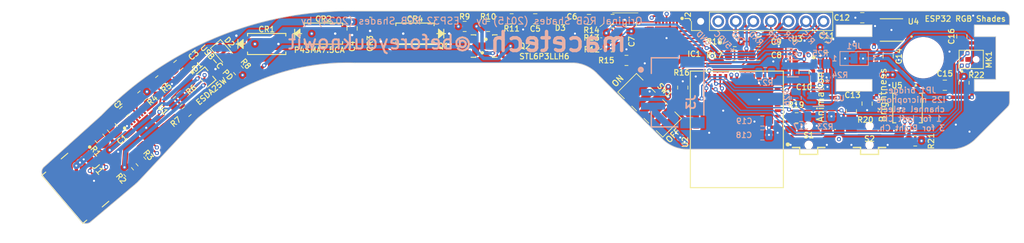
<source format=kicad_pcb>
(kicad_pcb (version 20240108) (generator "pcbnew") (generator_version "8.0")
  (layers (0 "F.Cu" signal) (1 "In1.Cu" signal) (2 "In2.Cu" signal) (31 "B.Cu" signal) (34 "B.Paste" user) (35 "F.Paste" user) (36 "B.SilkS" user "B.Silkscreen") (37 "F.SilkS" user "F.Silkscreen") (38 "B.Mask" user) (39 "F.Mask" user) (44 "Edge.Cuts" user))
  (net 0 "")
  (net 1 "GND")
  (net 2 "3.3V_BUS")
  (net 3 "CP2102_U0_TXD")
  (net 4 "CP2102_U0_RXD")
  (net 5 "Net-(IC1-VBUS)")
  (net 6 "CHIP_PU")
  (net 7 "5V_LDO1_FLAG")
  (net 8 "Net-(IC1-SUSPENDB)")
  (net 10 "Net-(IC1-RXD)")
  (net 12 "CP2102_U0_CTS")
  (net 13 "Net-(IC1-TXD)")
  (net 19 "CP2102_USB_D+")
  (net 21 "CP2102_U0_DSR")
  (net 22 "CP2102_USB_D-")
  (net 25 "CP2102_U0_DTR")
  (net 26 "Net-(IC1-RSTB)")
  (net 29 "CP2102_U0_RTS")
  (net 32 "5V_USB_BUS")
  (net 33 "Net-(JP1-C)")
  (net 34 "ICS-I2S-WS")
  (net 35 "ICS-I2S-SCK")
  (net 36 "ICS-I2S-SD")
  (net 37 "Net-(U1-VREG_2V7)")
  (net 38 "Net-(U1-VREG_1V2)")
  (net 39 "GPIO00")
  (net 40 "Net-(C5-Pad1)")
  (net 42 "GPIO32")
  (net 43 "GPIO19")
  (net 44 "GPIO34")
  (net 46 "GPIO26")
  (net 47 "WS2812B_OUTPUT_EN")
  (net 48 "GPIO25")
  (net 49 "GPIO37")
  (net 50 "GPIO22")
  (net 51 "GPIO13")
  (net 52 "GPIO33")
  (net 53 "GPIO35")
  (net 54 "WS2812B_OUT")
  (net 55 "SCK_BUS")
  (net 56 "GPIO07")
  (net 57 "Net-(S1-NO_1)")
  (net 58 "SDA_BUS")
  (net 59 "Net-(U1-RESET)")
  (net 60 "GPIO21")
  (net 61 "Net-(U1-POWER_OK2)")
  (net 62 "GPIO27")
  (net 63 "GPIO20")
  (net 64 "WS2812B_INT_BUS")
  (net 65 "Net-(U1-VBUS_VS_DISCH)")
  (net 66 "POWER_SW")
  (net 68 "Net-(U1-POWER_OK3)")
  (net 70 "5V_BUS")
  (net 71 "Net-(U1-DISCH)")
  (net 72 "5V_LDO2_FLAG")
  (net 73 "Net-(U1-VBUS_EN_SNK)")
  (net 74 "Net-(U7-G)")
  (net 75 "USB_VBUS")
  (net 76 "Net-(U6-G)")
  (net 77 "Net-(U6-S)")
  (net 78 "Net-(U7-S)")
  (net 79 "Net-(S2-NO_1)")
  (net 80 "BTN_ANIMATE")
  (net 81 "BTN_BRIGHTNESS")
  (net 85 "USBC_PD_BUS")
  (net 88 "CC2")
  (net 89 "CC1")
  (net 90 "Net-(D2-A)")
  (net 91 "Net-(D2-K)")
  (net 94 "Net-(Q1-S-Pad1)")
  (net 95 "Net-(Q1-G)")
  (net 100 "Net-(U6-D-Pad1)")
  (footprint "Capacitor_SMD:C_0805_2012Metric" (layer "F.Cu") (at 88.356688 106.56759 130.5)
    (property "Reference" "C1" (at -1.7 0 40.5) (layer "F.SilkS") (effects (font (size 0.8 0.8)) (justify top)))
    (property "Value" "1 uF")
    (pad "1" smd roundrect (at -0.949999 0 130.5) (size 1 1.45) (layers "F.Cu" "F.Paste" "F.Mask") (net 37 "Net-(U1-VREG_2V7)"))
    (pad "2" smd roundrect (at 0.949999 0 130.5) (size 1 1.45) (layers "F.Cu" "F.Paste" "F.Mask") (net 1 "GND"))
  )
  (footprint "Resistor_SMD:R_0805_2012Metric" (layer "F.Cu") (at 139.3375 91.8574)
    (property "Reference" "R9" (at 0 -0.95 0) (layer "F.SilkS") (effects (font (size 0.8 0.8)) (justify bottom)))
    (property "Value" "22 K Ohm" (hide yes))
    (pad "1" smd roundrect (at -0.9125 0) (size 1.025 1.4) (layers "F.Cu" "F.Paste" "F.Mask") (roundrect_rratio 0.243902) (net 73 "Net-(U1-VBUS_EN_SNK)"))
    (pad "2" smd roundrect (at 0.9125 0) (size 1.025 1.4) (layers "F.Cu" "F.Paste" "F.Mask") (roundrect_rratio 0.243902) (net 95 "Net-(Q1-G)"))
  )
  (footprint "Resistor_SMD:R_0805_2012Metric" (layer "F.Cu") (at 160.75 94.8 180)
    (property "Reference" "R12" (at 3 -0.4 180) (layer "F.SilkS") (effects (font (size 0.8 0.8))))
    (property "Value" "1 K Ohm" (hide yes))
    (pad "1" smd roundrect (at -0.9125 0 180) (size 1.025 1.4) (layers "F.Cu" "F.Paste" "F.Mask") (roundrect_rratio 0.243902) (net 26 "Net-(IC1-RSTB)"))
    (pad "2" smd roundrect (at 0.9125 0 180) (size 1.025 1.4) (layers "F.Cu" "F.Paste" "F.Mask") (roundrect_rratio 0.243902) (net 2 "3.3V_BUS"))
  )
  (footprint "Capacitor_SMD:C_0805_2012Metric" (layer "F.Cu") (at 188.45 98.475 -90)
    (property "Reference" "C10" (at 1.7 0 0) (layer "F.SilkS") (effects (font (size 0.8 0.8)) (justify top)))
    (property "Value" "0.1 uF")
    (pad "1" smd roundrect (at -0.95 0 270) (size 1 1.45) (layers "F.Cu" "F.Paste" "F.Mask") (net 70 "5V_BUS"))
    (pad "2" smd roundrect (at 0.95 0 270) (size 1 1.45) (layers "F.Cu" "F.Paste" "F.Mask") (net 1 "GND"))
  )
  (footprint "Resistor_SMD:R_0805_2012Metric" (layer "F.Cu") (at 142.7375 91.8574)
    (property "Reference" "R10" (at 0 -0.95 0) (layer "F.SilkS") (effects (font (size 0.8 0.8)) (justify bottom)))
    (property "Value" "100 K Ohm" (hide yes))
    (pad "1" smd roundrect (at -0.9125 0) (size 1.025 1.4) (layers "F.Cu" "F.Paste" "F.Mask") (roundrect_rratio 0.243902) (net 95 "Net-(Q1-G)"))
    (pad "2" smd roundrect (at 0.9125 0) (size 1.025 1.4) (layers "F.Cu" "F.Paste" "F.Mask") (roundrect_rratio 0.243902) (net 94 "Net-(Q1-S-Pad1)"))
  )
  (footprint "Resistor_SMD:R_0805_2012Metric" (layer "F.Cu") (at 90.703469 112.933777 -49.5)
    (property "Reference" "R2" (at 0.000001 0.95 -49.5) (layer "F.SilkS") (effects (font (size 0.8 0.8)) (justify top)))
    (property "Value" "5.1 K Ohm" (hide yes))
    (pad "1" smd roundrect (at -0.9125 0.000001 310.5) (size 1.025 1.4) (layers "F.Cu" "F.Paste" "F.Mask") (roundrect_rratio 0.243902) (net 88 "CC2"))
    (pad "2" smd roundrect (at 0.9125 -0.000001 310.5) (size 1.025 1.4) (layers "F.Cu" "F.Paste" "F.Mask") (roundrect_rratio 0.243902) (net 1 "GND"))
  )
  (footprint "Resistor_SMD:R_0805_2012Metric" (layer "F.Cu") (at 178.425 96.025 180)
    (property "Reference" "R17" (at 1.68 0 180) (layer "F.SilkS") (effects (font (size 0.8 0.8)) (justify right)))
    (property "Value" "0 Ohm")
    (pad "1" smd roundrect (at -0.9125 0 180) (size 1.025 1.4) (layers "F.Cu" "F.Paste" "F.Mask") (roundrect_rratio 0.243902) (net 4 "CP2102_U0_RXD"))
    (pad "2" smd roundrect (at 0.9125 0 180) (size 1.025 1.4) (layers "F.Cu" "F.Paste" "F.Mask") (roundrect_rratio 0.243902) (net 10 "Net-(IC1-RXD)"))
  )
  (footprint "ST ESDA25W ESD array:SOT323-3L_STM" (layer "F.Cu") (at 101.925604 99.186916 40.5)
    (property "Reference" "D1" (at 0 -1.4859 40.5) (layer "F.SilkS") (effects (font (size 0.8 0.8)) (justify bottom)))
    (property "Value" "ESDA25W" (at -0.751826 1.610735 40.5) (layer "F.SilkS") (effects (font (size 0.8 0.8)) (justify top)))
    (fp_text user "*" (at -1.054099 -1.485899 40.5) (layer "F.SilkS"))
    (fp_text user "*" (at -1.054099 -1.485899 40.5) (layer "F.SilkS"))
    (pad "1" smd rect (at -1.11125 -0.65 40.5) (size 0.8763 0.4064) (layers "F.Cu" "F.Paste" "F.Mask") (net 89 "CC1"))
    (pad "2" smd rect (at -1.111249 0.649999 40.5) (size 0.8763 0.4064) (layers "F.Cu" "F.Paste" "F.Mask") (net 88 "CC2"))
    (pad "3" smd rect (at 1.11125 0 40.5) (size 0.8763 0.4064) (layers "F.Cu" "F.Paste" "F.Mask") (net 1 "GND"))
  )
  (footprint "onsemi NCP708MU330TAG 3.3V 1A LDO:UDFN6_3X3_ONS-M" (layer "F.Cu") (at 201.0978 92.375001 180)
    (property "Reference" "U4" (at -3.1772 1.225001 0) (layer "F.SilkS") (effects (font (size 0.8 0.8))))
    (property "Value" "NCP708MU330TAG")
    (pad "1" smd rect (at -1.4478 -0.950001 180) (size 0.9144 0.3048) (layers "F.Cu" "F.Paste" "F.Mask") (net 70 "5V_BUS"))
    (pad "2" smd rect (at -1.4478 0 180) (size 0.9144 0.3048) (layers "F.Cu" "F.Paste" "F.Mask") (net 1 "GND"))
    (pad "3" smd rect (at -1.4478 0.950001 180) (size 0.9144 0.3048) (layers "F.Cu" "F.Paste" "F.Mask"))
    (pad "4" smd rect (at 1.4478 0.950001 180) (size 0.9144 0.3048) (layers "F.Cu" "F.Paste" "F.Mask") (net 2 "3.3V_BUS"))
    (pad "5" smd rect (at 1.4478 0 180) (size 0.9144 0.3048) (layers "F.Cu" "F.Paste" "F.Mask") (net 2 "3.3V_BUS"))
    (pad "6" smd rect (at 1.4478 -0.950001 180) (size 0.9144 0.3048) (layers "F.Cu" "F.Paste" "F.Mask") (net 70 "5V_BUS"))
    (pad "7" smd rect (at 0 0 180) (size 1.7526 2.4892) (layers "F.Cu" "F.Paste" "F.Mask") (net 1 "GND"))
  )
  (footprint "Resistor_SMD:R_0805_2012Metric" (layer "F.Cu") (at 187.383796 105.08337 180)
    (property "Reference" "R19" (at 0.083796 1.87087 180) (layer "F.SilkS") (effects (font (size 0.8 0.8))))
    (property "Value" "0 Ohm")
    (pad "1" smd roundrect (at -0.9125 0 180) (size 1.025 1.4) (layers "F.Cu" "F.Paste" "F.Mask") (roundrect_rratio 0.243902) (net 57 "Net-(S1-NO_1)"))
    (pad "2" smd roundrect (at 0.9125 0 180) (size 1.025 1.4) (layers "F.Cu" "F.Paste" "F.Mask") (roundrect_rratio 0.243902) (net 80 "BTN_ANIMATE"))
  )
  (footprint "LED_SMD:LED_0805_2012Metric" (layer "F.Cu") (at 104.387146 95.664183 -49)
    (property "Reference" "D2" (at -0.54709 -1.221367 -49) (layer "F.SilkS") (effects (font (size 0.8 0.8)) (justify bottom)))
    (property "Value" "LED" (hide yes))
    (pad "1" smd roundrect (at -0.9375 -0.000001 311) (size 0.975 1.4) (layers "F.Cu" "F.Paste" "F.Mask") (net 91 "Net-(D2-K)"))
    (pad "2" smd roundrect (at 0.9375 0.000001 311) (size 0.975 1.4) (layers "F.Cu" "F.Paste" "F.Mask") (net 90 "Net-(D2-A)"))
  )
  (footprint "Capacitor_SMD:C_0805_2012Metric" (layer "F.Cu") (at 196.875 90.6 180)
    (property "Reference" "C12" (at 1.7 0 0) (layer "F.SilkS") (effects (font (size 0.8 0.8)) (justify right)))
    (property "Value" "4.7 uF" (hide yes))
    (pad "1" smd roundrect (at -0.95 0 180) (size 1 1.45) (layers "F.Cu" "F.Paste" "F.Mask") (net 2 "3.3V_BUS"))
    (pad "2" smd roundrect (at 0.95 0 180) (size 1 1.45) (layers "F.Cu" "F.Paste" "F.Mask") (net 1 "GND"))
  )
  (footprint "Resistor_SMD:R_0805_2012Metric" (layer "F.Cu") (at 146.1375 90.7574)
    (property "Reference" "R11" (at 0 0.95 0) (layer "F.SilkS") (effects (font (size 0.8 0.8)) (justify top)))
    (property "Value" "100 Ohm" (hide yes))
    (pad "1" smd roundrect (at -0.9125 0) (size 1.025 1.4) (layers "F.Cu" "F.Paste" "F.Mask") (roundrect_rratio 0.243902) (net 95 "Net-(Q1-G)"))
    (pad "2" smd roundrect (at 0.9125 0) (size 1.025 1.4) (layers "F.Cu" "F.Paste" "F.Mask") (roundrect_rratio 0.243902) (net 40 "Net-(C5-Pad1)"))
  )
  (footprint "Capacitor_SMD:C_0805_2012Metric" (layer "F.Cu") (at 181.85 96.025)
    (property "Reference" "C8" (at 2.6 0 0) (layer "F.SilkS") (effects (font (size 0.8 0.8))))
    (property "Value" "22 pF")
    (pad "1" smd roundrect (at -0.95 0) (size 1 1.45) (layers "F.Cu" "F.Paste" "F.Mask") (net 4 "CP2102_U0_RXD"))
    (pad "2" smd roundrect (at 0.95 0) (size 1 1.45) (layers "F.Cu" "F.Paste" "F.Mask") (net 1 "GND"))
  )
  (footprint "Panasonic EVQ-PUC02K tactile switch:EVQPUC02K" (layer "F.Cu") (at 189.125 107.625)
    (property "Reference" "S1" (at 0 0 0) (layer "F.SilkS") (effects (font (size 0.8 0.8) (thickness 0.15) (bold yes))))
    (property "Value" "EVQ-PUC02K" (hide yes))
    (pad "" np_thru_hole circle (at 0 -1.375) (size 0.75 0.75) (drill 0.75) (layers "*.Cu" "*.Mask"))
    (pad "" np_thru_hole circle (at 0 1.375) (size 0.75 0.75) (drill 0.75) (layers "*.Cu" "*.Mask"))
    (pad "1" smd rect (at 2.625 -0.85 90) (size 1 1.55) (layers "F.Cu" "F.Paste" "F.Mask") (net 57 "Net-(S1-NO_1)"))
    (pad "2" smd rect (at 2.625 0.85 90) (size 1 1.55) (layers "F.Cu" "F.Paste" "F.Mask") (net 1 "GND"))
    (pad "3" smd rect (at -2.625 -0.85 90) (size 1 1.55) (layers "F.Cu" "F.Paste" "F.Mask") (net 57 "Net-(S1-NO_1)"))
    (pad "4" smd rect (at -2.625 0.85 90) (size 1 1.55) (layers "F.Cu" "F.Paste" "F.Mask") (net 1 "GND"))
  )
  (footprint "Capacitor_SMD:C_0805_2012Metric" (layer "F.Cu") (at 197.575 103.025 -90)
    (property "Reference" "C13" (at -1.225 2.1 180) (layer "F.SilkS") (effects (font (size 0.8 0.8))))
    (property "Value" "47 uF")
    (pad "1" smd roundrect (at -0.95 0 270) (size 1 1.45) (layers "F.Cu" "F.Paste" "F.Mask") (net 70 "5V_BUS"))
    (pad "2" smd roundrect (at 0.95 0 270) (size 1 1.45) (layers "F.Cu" "F.Paste" "F.Mask") (net 1 "GND"))
  )
  (footprint "Littelfuse P4SMA7.5CA bidirectional TVS diode:P4SMASeries_LTF" (layer "F.Cu") (at 110.6858 94.4)
    (property "Reference" "CR1" (at 0 -1.651 0) (layer "F.SilkS") (effects (font (size 0.8 0.8)) (justify bottom)))
    (property "Value" "P4SMA7.5CA" (hide yes))
    (pad "1" smd rect (at -1.7018 0 90) (size 1.651 2.1844) (layers "F.Cu" "F.Paste" "F.Mask") (net 19 "CP2102_USB_D+"))
    (pad "2" smd rect (at 1.7018 0 90) (size 1.651 2.1844) (layers "F.Cu" "F.Paste" "F.Mask") (net 1 "GND"))
    (zone (net 0) (net_name "") (layer "F.Cu") (connect_pads (clearance 0)) (min_thickness 0.254)
      (keepout (tracks not_allowed) (vias not_allowed) (pads allowed) (copperpour not_allowed) (footprints allowed))
      (fill (thermal_gap 0.508) (thermal_bridge_width 0.508))
      (polygon (pts (xy 108.095 93.0538) (xy 113.2766 93.0538) (xy 113.2766 93.5237) (xy 108.095 93.5237)))
    )
    (zone (net 0) (net_name "") (layer "F.Cu") (connect_pads (clearance 0)) (min_thickness 0.254)
      (keepout (tracks not_allowed) (vias not_allowed) (pads allowed) (copperpour not_allowed) (footprints allowed))
      (fill (thermal_gap 0.508) (thermal_bridge_width 0.508))
      (polygon (pts (xy 108.095 95.2763) (xy 113.2766 95.2763) (xy 113.2766 95.7462) (xy 108.095 95.7462)))
    )
    (zone (net 0) (net_name "") (layer "F.Cu") (connect_pads (clearance 0)) (min_thickness 0.254)
      (keepout (tracks not_allowed) (vias not_allowed) (pads allowed) (copperpour not_allowed) (footprints allowed))
      (fill (thermal_gap 0.508) (thermal_bridge_width 0.508))
      (polygon (pts (xy 110.127 93.5237) (xy 111.2446 93.5237) (xy 111.2446 95.2763) (xy 110.127 95.2763)))
    )
  )
  (footprint "TDK ICS-43434 I2S microphone:MIC_ICS-43434" (layer "F.Cu") (at 212.642 96.6345 90)
    (property "Reference" "MK1" (at -0.0405 2.558 90) (layer "F.SilkS") (effects (font (size 0.8 0.8))))
    (property "Value" "ICS-43434")
    (pad "" np_thru_hole circle (at 0 0.713 90) (size 0.5 0.5) (drill 0.5) (layers "*.Cu" "*.Mask"))
    (pad "1" smd rect (at -0.9 -1.361 90) (size 0.6 0.522) (layers "F.Cu" "F.Mask") (net 34 "ICS-I2S-WS"))
    (pad "2" smd rect (at -0.9 -0.539 90) (size 0.6 0.522) (layers "F.Cu" "F.Mask") (net 33 "Net-(JP1-C)"))
    (pad "3" smd custom (at -0.0155 1.383 90) (size 0.1 0.1) (layers "F.Cu") (net 1 "GND") (options (clearance outline) (anchor rect)) (primitives (gr_poly (pts (xy 0.0055 -1.483) (xy 0.0055 -1.183) (xy -0.0205 -1.182) (xy -0.0465 -1.18) (xy -0.0725 -1.177) (xy -0.0985 -1.172) (xy -0.1235 -1.166) (xy -0.1495 -1.159) (xy -0.1735 -1.15) (xy -0.1975 -1.14) (xy -0.2215 -1.129) (xy -0.2445 -1.116) (xy -0.2665 -1.102) (xy -0.2885 -1.088) (xy -0.3095 -1.072) (xy -0.3295 -1.055) (xy -0.3485 -1.037) (xy -0.3665 -1.018) (xy -0.3835 -0.998) (xy -0.3995 -0.977) (xy -0.4135 -0.955) (xy -0.4275 -0.933) (xy -0.4405 -0.91) (xy -0.4515 -0.886) (xy -0.4615 -0.862) (xy -0.4705 -0.838) (xy -0.4775 -0.812) (xy -0.4835 -0.787) (xy -0.4885 -0.761) (xy -0.4915 -0.735) (xy -0.4935 -0.709) (xy -0.4945 -0.683) (xy -0.4945 -0.663) (xy -0.4935 -0.636) (xy -0.4915 -0.61) (xy -0.4885 -0.583) (xy -0.4835 -0.557) (xy -0.4775 -0.531) (xy -0.4695 -0.505) (xy -0.4605 -0.48) (xy -0.4505 -0.456) (xy -0.4385 -0.431) (xy -0.4265 -0.408) (xy -0.4125 -0.385) (xy -0.3975 -0.363) (xy -0.3805 -0.342) (xy -0.3635 -0.322) (xy -0.3455 -0.302) (xy -0.3255 -0.284) (xy -0.3055 -0.267) (xy -0.2845 -0.25) (xy -0.2625 -0.235) (xy -0.2395 -0.221) (xy -0.2165 -0.209) (xy -0.1915 -0.197) (xy -0.1675 -0.187) (xy -0.1425 -0.178) (xy -0.1165 -0.17) (xy -0.0905 -0.164) (xy -0.0645 -0.159) (xy -0.0375 -0.156) (xy -0.0115 -0.154) (xy 0.0155 -0.153) (xy 0.0255 -0.153) (xy 0.0515 -0.154) (xy 0.0775 -0.156) (xy 0.1035 -0.159) (xy 0.1295 -0.164) (xy 0.1545 -0.17) (xy 0.1805 -0.177) (xy 0.2045 -0.186) (xy 0.2285 -0.196) (xy 0.2525 -0.207) (xy 0.2755 -0.22) (xy 0.2975 -0.234) (xy 0.3195 -0.248) (xy 0.3405 -0.264) (xy 0.3605 -0.281) (xy 0.3795 -0.299) (xy 0.3975 -0.318) (xy 0.4145 -0.338) (xy 0.4305 -0.359) (xy 0.4445 -0.381) (xy 0.4585 -0.403) (xy 0.4715 -0.426) (xy 0.4825 -0.45) (xy 0.4925 -0.474) (xy 0.5015 -0.498) (xy 0.5085 -0.524) (xy 0.5145 -0.549) (xy 0.5195 -0.575) (xy 0.5225 -0.601) (xy 0.5245 -0.627) (xy 0.5255 -0.653) (xy 0.5255 -0.683) (xy 0.5245 -0.709) (xy 0.5225 -0.735) (xy 0.5195 -0.761) (xy 0.5145 -0.787) (xy 0.5085 -0.812) (xy 0.5015 -0.838) (xy 0.4925 -0.862) (xy 0.4825 -0.886) (xy 0.4715 -0.91) (xy 0.4585 -0.933) (xy 0.4445 -0.955) (xy 0.4305 -0.977) (xy 0.4145 -0.998) (xy 0.3975 -1.018) (xy 0.3795 -1.037) (xy 0.3605 -1.055) (xy 0.3405 -1.072) (xy 0.3195 -1.088) (xy 0.2975 -1.102) (xy 0.2755 -1.116) (xy 0.2525 -1.129) (xy 0.2285 -1.14) (xy 0.2045 -1.15) (xy 0.1805 -1.159) (xy 0.1545 -1.166) (xy 0.1295 -1.172) (xy 0.1035 -1.177) (xy 0.0775 -1.18) (xy 0.0515 -1.182) (xy 0.0255 -1.183) (xy 0.0255 -1.483) (xy 0.0355 -1.483) (xy 0.0765 -1.482) (xy 0.1185 -1.479) (xy 0.1595 -1.473) (xy 0.1995 -1.466) (xy 0.2395 -1.456) (xy 0.2795 -1.444) (xy 0.3185 -1.431) (xy 0.3565 -1.415) (xy 0.3945 -1.397) (xy 0.4305 -1.377) (xy 0.4655 -1.356) (xy 0.4995 -1.332) (xy 0.5325 -1.307) (xy 0.5645 -1.28) (xy 0.5945 -1.252) (xy 0.6225 -1.222) (xy 0.6495 -1.19) (xy 0.6745 -1.157) (xy 0.6985 -1.123) (xy 0.7195 -1.088) (xy 0.7395 -1.052) (xy 0.7575 -1.014) (xy 0.7735 -0.976) (xy 0.7865 -0.937) (xy 0.7985 -0.897) (xy 0.8085 -0.857) (xy 0.8155 -0.817) (xy 0.8215 -0.776) (xy 0.8245 -0.734) (xy 0.8255 -0.693) (xy 0.8255 -0.663) (xy 0.8245 -0.621) (xy 0.8215 -0.578) (xy 0.8155 -0.536) (xy 0.8075 -0.495) (xy 0.7975 -0.453) (xy 0.7855 -0.413) (xy 0.7715 -0.373) (xy 0.7555 -0.334) (xy 0.7375 -0.295) (xy 0.7165 -0.258) (xy 0.6945 -0.222) (xy 0.6705 -0.187) (xy 0.6445 -0.153) (xy 0.6175 -0.121) (xy 0.5885 -0.09) (xy 0.5575 -0.061) (xy 0.5255 -0.034) (xy 0.4915 -0.008) (xy 0.4565 0.016) (xy 0.4205 0.038) (xy 0.3835 0.059) (xy 0.3445 0.077) (xy 0.3055 0.093) (xy 0.2655 0.107) (xy 0.2255 0.119) (xy 0.1835 0.129) (xy 0.1425 0.137) (xy 0.1005 0.143) (xy 0.0575 0.146) (xy 0.0155 0.147) (xy 0.0055 0.147) (xy -0.0365 0.146) (xy -0.0785 0.143) (xy -0.1195 0.137) (xy -0.1605 0.13) (xy -0.2015 0.12) (xy -0.2415 0.108) (xy -0.2815 0.094) (xy -0.3195 0.078) (xy -0.3575 0.06) (xy -0.3945 0.04) (xy -0.4305 0.018) (xy -0.4645 -0.006) (xy -0.4975 -0.031) (xy -0.5295 -0.058) (xy -0.5605 -0.087) (xy -0.5895 -0.118) (xy -0.6165 -0.15) (xy -0.6415 -0.183) (xy -0.6655 -0.217) (xy -0.6875 -0.253) (xy -0.7075 -0.29) (xy -0.7255 -0.328) (xy -0.7415 -0.366) (xy -0.7555 -0.406) (xy -0.7675 -0.446) (xy -0.7775 -0.487) (xy -0.7845 -0.528) (xy -0.7905 -0.569) (xy -0.7935 -0.611) (xy -0.7945 -0.653) (xy -0.7945 -0.683) (xy -0.7935 -0.725) (xy -0.7905 -0.767) (xy -0.7845 -0.808) (xy -0.7775 -0.849) (xy -0.7675 -0.89) (xy -0.7555 -0.93) (xy -0.7415 -0.97) (xy -0.7255 -1.008) (xy -0.7075 -1.046) (xy -0.6875 -1.083) (xy -0.6655 -1.119) (xy -0.6415 -1.153) (xy -0.6165 -1.186) (xy -0.5895 -1.218) (xy -0.5605 -1.249) (xy -0.5295 -1.278) (xy -0.4975 -1.305) (xy -0.4645 -1.33) (xy -0.4305 -1.354) (xy -0.3945 -1.376) (xy -0.3575 -1.396) (xy -0.3195 -1.414) (xy -0.2815 -1.43) (xy -0.2415 -1.444) (xy -0.2015 -1.456) (xy -0.1605 -1.466) (xy -0.1195 -1.473) (xy -0.0785 -1.479) (xy -0.0365 -1.482) (xy 0.0055 -1.483)) (width 0.001) (fill yes))))
    (pad "4" smd rect (at 0.9 -0.539 90) (size 0.6 0.522) (layers "F.Cu" "F.Mask") (net 35 "ICS-I2S-SCK"))
    (pad "5" smd rect (at 0.9 -1.361 90) (size 0.6 0.522) (layers "F.Cu" "F.Mask") (net 2 "3.3V_BUS"))
    (pad "6" smd rect (at 0 -1.361 90) (size 0.6 0.522) (layers "F.Cu" "F.Mask") (net 36 "ICS-I2S-SD"))
  )
  (footprint "Littelfuse P4SMA7.5CA bidirectional TVS diode:P4SMASeries_LTF" (layer "F.Cu") (at 118.9018 92.9)
    (property "Reference" "CR2" (at 0 -1.651 0) (layer "F.SilkS") (effects (font (size 0.8 0.8)) (justify bottom)))
    (property "Value" "P4SMA7.5CA" (at -0.6018 1.9 0) (layer "F.SilkS") (effects (font (size 0.8 0.8)) (justify top)))
    (pad "1" smd rect (at -1.7018 0 90) (size 1.651 2.1844) (layers "F.Cu" "F.Paste" "F.Mask") (net 22 "CP2102_USB_D-"))
    (pad "2" smd rect (at 1.7018 0 90) (size 1.651 2.1844) (layers "F.Cu" "F.Paste" "F.Mask") (net 1 "GND"))
    (zone (net 0) (net_name "") (layer "F.Cu") (connect_pads (clearance 0)) (min_thickness 0.254)
      (keepout (tracks not_allowed) (vias not_allowed) (pads allowed) (copperpour not_allowed) (footprints allowed))
      (fill (thermal_gap 0.508) (thermal_bridge_width 0.508))
      (polygon (pts (xy 116.311 91.5538) (xy 121.4926 91.5538) (xy 121.4926 92.0237) (xy 116.311 92.0237)))
    )
    (zone (net 0) (net_name "") (layer "F.Cu") (connect_pads (clearance 0)) (min_thickness 0.254)
      (keepout (tracks not_allowed) (vias not_allowed) (pads allowed) (copperpour not_allowed) (footprints allowed))
      (fill (thermal_gap 0.508) (thermal_bridge_width 0.508))
      (polygon (pts (xy 116.311 93.7763) (xy 121.4926 93.7763) (xy 121.4926 94.2462) (xy 116.311 94.2462)))
    )
    (zone (net 0) (net_name "") (layer "F.Cu") (connect_pads (clearance 0)) (min_thickness 0.254)
      (keepout (tracks not_allowed) (vias not_allowed) (pads allowed) (copperpour not_allowed) (footprints allowed))
      (fill (thermal_gap 0.508) (thermal_bridge_width 0.508))
      (polygon (pts (xy 118.343 92.0237) (xy 119.4606 92.0237) (xy 119.4606 93.7763) (xy 118.343 93.7763)))
    )
  )
  (footprint "Resistor_SMD:R_0805_2012Metric" (layer "F.Cu") (at 99.10613 104.192622 40.5)
    (property "Reference" "R7" (at -1.278322 0.101491 40.5) (layer "F.SilkS") (effects (font (size 0.8 0.8)) (justify right)))
    (property "Value" "1 K Ohm" (hide yes))
    (pad "1" smd roundrect (at -0.9125 0.000001 40.5) (size 1.025 1.4) (layers "F.Cu" "F.Paste" "F.Mask") (roundrect_rratio 0.243902) (net 71 "Net-(U1-DISCH)"))
    (pad "2" smd roundrect (at 0.9125 -0.000001 40.5) (size 1.025 1.4) (layers "F.Cu" "F.Paste" "F.Mask") (roundrect_rratio 0.243902) (net 85 "USBC_PD_BUS"))
  )
  (footprint "Capacitor_SMD:C_0805_2012Metric" (layer "F.Cu") (at 97.910027 97.481131 -139.5)
    (property "Reference" "C3" (at -1.743253 -0.330115 40.5) (layer "F.SilkS") (effects (font (size 0.8 0.8)) (justify left)))
    (property "Value" "4.7 uF" (hide yes))
    (pad "1" smd roundrect (at -0.949999 0 220.5) (size 1 1.45) (layers "F.Cu" "F.Paste" "F.Mask") (net 1 "GND"))
    (pad "2" smd roundrect (at 0.949999 0 220.5) (size 1 1.45) (layers "F.Cu" "F.Paste" "F.Mask") (net 75 "USB_VBUS"))
  )
  (footprint "Capacitor_SMD:C_0805_2012Metric" (layer "F.Cu") (at 163.45 91.6 90)
    (property "Reference" "C7" (at -2.45 0.05 -90) (layer "F.SilkS") (effects (font (size 0.8 0.8))))
    (property "Value" "10 uF")
    (pad "1" smd roundrect (at -0.95 0 90) (size 1 1.45) (layers "F.Cu" "F.Paste" "F.Mask") (net 2 "3.3V_BUS"))
    (pad "2" smd roundrect (at 0.95 0 90) (size 1 1.45) (layers "F.Cu" "F.Paste" "F.Mask") (net 1 "GND"))
  )
  (footprint "Resistor_SMD:R_0805_2012Metric" (layer "F.Cu") (at 97.820363 102.693124 40.5)
    (property "Reference" "R6" (at 1.68 0.000001 40.5) (layer "F.SilkS") (effects (font (size 0.8 0.8)) (justify left)))
    (property "Value" "10 K Ohm" (hide yes))
    (pad "1" smd roundrect (at -0.9125 0.000001 40.5) (size 1.025 1.4) (layers "F.Cu" "F.Paste" "F.Mask") (roundrect_rratio 0.243902) (net 68 "Net-(U1-POWER_OK3)"))
    (pad "2" smd roundrect (at 0.9125 -0.000001 40.5) (size 1.025 1.4) (layers "F.Cu" "F.Paste" "F.Mask") (roundrect_rratio 0.243902) (net 2 "3.3V_BUS"))
  )
  (footprint "Button_Switch_SMD:SW_DPDT_CK_JS202011JCQN" (layer "F.Cu") (at 166.101472 103.273528 -45)
    (property "Reference" "SW1" (at 0 -3.05 135) (layer "F.SilkS") (effects (font (size 0.8 0.8))))
    (property "Value" "JS202011JAQN" (hide yes))
    (pad "1" smd rect (at -2.5 -1.2 315) (size 1 1.6) (layers "F.Cu" "F.Paste" "F.Mask") (net 85 "USBC_PD_BUS"))
    (pad "2" smd rect (at 0 -1.2 315) (size 1 1.6) (layers "F.Cu" "F.Paste" "F.Mask") (net 66 "POWER_SW"))
    (pad "3" smd rect (at 2.5 -1.2 315) (size 1 1.6) (layers "F.Cu" "F.Paste" "F.Mask"))
    (pad "4" smd rect (at -2.5 1.2 315) (size 1 1.6) (layers "F.Cu" "F.Paste" "F.Mask") (net 85 "USBC_PD_BUS"))
    (pad "5" smd rect (at 0 1.2 315) (size 1 1.6) (layers "F.Cu" "F.Paste" "F.Mask") (net 66 "POWER_SW"))
    (pad "6" smd rect (at 2.5 1.2 315) (size 1 1.6) (layers "F.Cu" "F.Paste" "F.Mask"))
  )
  (footprint "Resistor_SMD:R_0805_2012Metric" (layer "F.Cu") (at 92.669663 101.897645 40.5)
    (property "Reference" "R4" (at 0.701171 0.99648 40.5) (layer "F.SilkS") (effects (font (size 0.8 0.8)) (justify top)))
    (property "Value" "10 K Ohm")
    (pad "1" smd roundrect (at -0.9125 0.000001 40.5) (size 1.025 1.4) (layers "F.Cu" "F.Paste" "F.Mask") (roundrect_rratio 0.243902) (net 61 "Net-(U1-POWER_OK2)"))
    (pad "2" smd roundrect (at 0.9125 -0.000001 40.5) (size 1.025 1.4) (layers "F.Cu" "F.Paste" "F.Mask") (roundrect_rratio 0.243902) (net 2 "3.3V_BUS"))
  )
  (footprint "Resistor_SMD:R_0805_2012Metric" (layer "F.Cu") (at 95.255044 99.689521 -139.5)
    (property "Reference" "R5" (at 0 -0.95 40.5) (layer "F.SilkS") (effects (font (size 0.8 0.8)) (justify top)))
    (property "Value" "1 K Ohm" (hide yes))
    (pad "1" smd roundrect (at -0.9125 0.000001 220.5) (size 1.025 1.4) (layers "F.Cu" "F.Paste" "F.Mask") (roundrect_rratio 0.243902) (net 75 "USB_VBUS"))
    (pad "2" smd roundrect (at 0.9125 -0.000001 220.5) (size 1.025 1.4) (layers "F.Cu" "F.Paste" "F.Mask") (roundrect_rratio 0.243902) (net 65 "Net-(U1-VBUS_VS_DISCH)"))
  )
  (footprint "Resistor_SMD:R_0805_2012Metric" (layer "F.Cu") (at 195.3 104.1125 90)
    (property "Reference" "R20" (at -1.2625 2.025 0) (layer "F.SilkS") (effects (font (size 0.8 0.8))))
    (property "Value" "0 Ohm")
    (pad "1" smd roundrect (at -0.9125 0 90) (size 1.025 1.4) (layers "F.Cu" "F.Paste" "F.Mask") (roundrect_rratio 0.243902) (net 79 "Net-(S2-NO_1)"))
    (pad "2" smd roundrect (at 0.9125 0 90) (size 1.025 1.4) (layers "F.Cu" "F.Paste" "F.Mask") (roundrect_rratio 0.243902) (net 81 "BTN_BRIGHTNESS"))
  )
  (footprint "Capacitor_SMD:C_0805_2012Metric" (layer "F.Cu") (at 191.725 94.875)
    (property "Reference" "C11" (at 0 -1.68 0) (layer "F.SilkS") (effects (font (size 0.8 0.8))))
    (property "Value" "0.1 uF")
    (pad "1" smd roundrect (at -0.95 0) (size 1 1.45) (layers "F.Cu" "F.Paste" "F.Mask") (net 2 "3.3V_BUS"))
    (pad "2" smd roundrect (at 0.95 0) (size 1 1.45) (layers "F.Cu" "F.Paste" "F.Mask") (net 1 "GND"))
  )
  (footprint "Capacitor_SMD:C_0805_2012Metric" (layer "F.Cu") (at 123.05 92.1574 -90)
    (property "Reference" "C4" (at 1.7 0 90) (layer "F.SilkS") (effects (font (size 0.8 0.8)) (justify right)))
    (property "Value" "4.7 uF" (hide yes))
    (pad "1" smd roundrect (at -0.95 0 270) (size 1 1.45) (layers "F.Cu" "F.Paste" "F.Mask") (net 75 "USB_VBUS"))
    (pad "2" smd roundrect (at 0.95 0 270) (size 1 1.45) (layers "F.Cu" "F.Paste" "F.Mask") (net 1 "GND"))
  )
  (footprint "Littelfuse P4SMA7.5CA bidirectional TVS diode:P4SMASeries_LTF" (layer "F.Cu") (at 132.1482 92.9 180)
    (property "Reference" "CR4" (at 0 1.651 0) (layer "F.SilkS") (effects (font (size 0.8 0.8)) (justify bottom)))
    (property "Value" "P4SMA7.5CA" (hide yes))
    (pad "1" smd rect (at -1.7018 0 270) (size 1.651 2.1844) (layers "F.Cu" "F.Paste" "F.Mask") (net 75 "USB_VBUS"))
    (pad "2" smd rect (at 1.7018 0 270) (size 1.651 2.1844) (layers "F.Cu" "F.Paste" "F.Mask") (net 1 "GND"))
    (zone (net 0) (net_name "") (layer "F.Cu") (connect_pads (clearance 0)) (min_thickness 0.254)
      (keepout (tracks not_allowed) (vias not_allowed) (pads allowed) (copperpour not_allowed) (footprints allowed))
      (fill (thermal_gap 0.508) (thermal_bridge_width 0.508))
      (polygon (pts (xy 132.707 93.7763) (xy 131.5894 93.7763) (xy 131.5894 92.0237) (xy 132.707 92.0237)))
    )
    (zone (net 0) (net_name "") (layer "F.Cu") (connect_pads (clearance 0)) (min_thickness 0.254)
      (keepout (tracks not_allowed) (vias not_allowed) (pads allowed) (copperpour not_allowed) (footprints allowed))
      (fill (thermal_gap 0.508) (thermal_bridge_width 0.508))
      (polygon (pts (xy 134.739 92.0237) (xy 129.5574 92.0237) (xy 129.5574 91.5538) (xy 134.739 91.5538)))
    )
    (zone (net 0) (net_name "") (layer "F.Cu") (connect_pads (clearance 0)) (min_thickness 0.254)
      (keepout (tracks not_allowed) (vias not_allowed) (pads allowed) (copperpour not_allowed) (footprints allowed))
      (fill (thermal_gap 0.508) (thermal_bridge_width 0.508))
      (polygon (pts (xy 134.739 94.2462) (xy 129.5574 94.2462) (xy 129.5574 93.7763) (xy 134.739 93.7763)))
    )
  )
  (footprint "ST STL6P3LLH6 P-channel MOSFET:STMicroelectronics-PowerFLAT3.3x3.3-8465286-0-2-MFG" (layer "F.Cu") (at 139.3926 94.7 90)
    (property "Reference" "Q1" (at 0 -2.2426 0) (layer "F.SilkS") (effects (font (size 0.8 0.8)) (justify right)))
    (property "Value" "STL6P3LLH6" (hide yes))
    (pad "1" smd rect (at -0.975 1.525 90) (size 0.4 0.75) (layers "F.Cu" "F.Paste" "F.Mask") (net 94 "Net-(Q1-S-Pad1)"))
    (pad "2" smd rect (at -0.325 1.525 90) (size 0.4 0.75) (layers "F.Cu" "F.Paste" "F.Mask") (net 94 "Net-(Q1-S-Pad1)"))
    (pad "3" smd rect (at 0.325 1.525 90) (size 0.4 0.75) (layers "F.Cu" "F.Paste" "F.Mask") (net 94 "Net-(Q1-S-Pad1)"))
    (pad "4" smd rect (at 0.975 1.525 90) (size 0.4 0.75) (layers "F.Cu" "F.Paste" "F.Mask") (net 95 "Net-(Q1-G)"))
    (pad "5-6-7-8" smd custom (at 0 -1.05 90) (size 1 1) (layers "F.Cu" "F.Paste" "F.Mask") (net 75 "USB_VBUS") (options (clearance outline) (anchor circle)) (primitives (gr_poly (pts (xy -1.225 1.55) (xy 1.225 1.55) (xy 1.225 1.25) (xy 1.755 1.25) (xy 1.755 0.85) (xy 1.225 0.85) (xy 1.225 -0.85) (xy -1.225 -0.85) (xy -1.225 0.85) (xy -1.755 0.85) (xy -1.755 1.25) (xy -1.225 1.25) (xy -1.225 1.55)) (width 0) (fill yes))))
  )
  (footprint "ST STL6P3LLH6 P-channel MOSFET:STMicroelectronics-PowerFLAT3.3x3.3-8465286-0-2-MFG" (layer "F.Cu") (at 144.9222 94.7 -90)
    (property "Reference" "Q2" (at 0 -2.2278 0) (layer "F.SilkS") (effects (font (size 0.8 0.8)) (justify left)))
    (property "Value" "STL6P3LLH6" (at 1.5 -2.2278 0) (layer "F.SilkS") (effects (font (size 0.8 0.8) (thickness 0.15) (bold yes)) (justify left)))
    (pad "1" smd rect (at -0.975 1.525 270) (size 0.4 0.75) (layers "F.Cu" "F.Paste" "F.Mask") (net 94 "Net-(Q1-S-Pad1)"))
    (pad "2" smd rect (at -0.325 1.525 270) (size 0.4 0.75) (layers "F.Cu" "F.Paste" "F.Mask") (net 94 "Net-(Q1-S-Pad1)"))
    (pad "3" smd rect (at 0.325 1.525 270) (size 0.4 0.75) (layers "F.Cu" "F.Paste" "F.Mask") (net 94 "Net-(Q1-S-Pad1)"))
    (pad "4" smd rect (at 0.975 1.525 270) (size 0.4 0.75) (layers "F.Cu" "F.Paste" "F.Mask") (net 95 "Net-(Q1-G)"))
    (pad "5-6-7-8" smd custom (at 0 -1.05 270) (size 1 1) (layers "F.Cu" "F.Paste" "F.Mask") (net 85 "USBC_PD_BUS") (options (clearance outline) (anchor circle)) (primitives (gr_poly (pts (xy -1.225 1.55) (xy 1.225 1.55) (xy 1.225 1.25) (xy 1.755 1.25) (xy 1.755 0.85) (xy 1.225 0.85) (xy 1.225 -0.85) (xy -1.225 -0.85) (xy -1.225 0.85) (xy -1.755 0.85) (xy -1.755 1.25) (xy -1.225 1.25) (xy -1.225 1.55)) (width 0) (fill yes))))
  )
  (footprint "Connector_PinHeader_2.54mm:PinHeader_1x08_P2.54mm_Vertical" (layer "F.Cu") (at 173.49 91.125 90)
    (property "Reference" "J2" (at 0.675 -1.84 -90) (layer "F.SilkS") (effects (font (size 0.8 0.8))))
    (property "Value" "Conn_01x08_Pin" (hide yes))
    (pad "1" thru_hole rect (at 0 0 90) (size 1.7 1.7) (drill 1) (layers "*.Cu" "*.Mask") (net 1 "GND"))
    (pad "2" thru_hole oval (at 0 2.54 90) (size 1.7 1.7) (drill 1) (layers "*.Cu" "*.Mask") (net 32 "5V_USB_BUS"))
    (pad "3" thru_hole oval (at 0 5.08 90) (size 1.7 1.7) (drill 1) (layers "*.Cu" "*.Mask") (net 3 "CP2102_U0_TXD"))
    (pad "4" thru_hole oval (at 0 7.62 90) (size 1.7 1.7) (drill 1) (layers "*.Cu" "*.Mask") (net 4 "CP2102_U0_RXD"))
    (pad "5" thru_hole oval (at 0 10.16 90) (size 1.7 1.7) (drill 1) (layers "*.Cu" "*.Mask") (net 25 "CP2102_U0_DTR"))
    (pad "6" thru_hole oval (at 0 12.7 90) (size 1.7 1.7) (drill 1) (layers "*.Cu" "*.Mask") (net 21 "CP2102_U0_DSR"))
    (pad "7" thru_hole oval (at 0 15.24 90) (size 1.7 1.7) (drill 1) (layers "*.Cu" "*.Mask") (net 29 "CP2102_U0_RTS"))
    (pad "8" thru_hole oval (at 0 17.78 90) (size 1.7 1.7) (drill 1) (layers "*.Cu" "*.Mask") (net 12 "CP2102_U0_CTS"))
  )
  (footprint "Capacitor_SMD:C_0805_2012Metric" (layer "F.Cu") (at 149.55 90.7574)
    (property "Reference" "C5" (at 0 0.98 0) (layer "F.SilkS") (effects (font (size 0.8 0.8)) (justify top)))
    (property "Value" "1 uF" (hide yes))
    (pad "1" smd roundrect (at -0.95 0) (size 1 1.45) (layers "F.Cu" "F.Paste" "F.Mask") (net 40 "Net-(C5-Pad1)"))
    (pad "2" smd roundrect (at 0.95 0) (size 1 1.45) (layers "F.Cu" "F.Paste" "F.Mask") (net 85 "USBC_PD_BUS"))
  )
  (footprint "ST USB4500QTR USB-C power sink IC:QFN50P400X400X100-25N-D" (layer "F.Cu") (at 93.253971 106.527438 40.5)
    (property "Reference" "U1" (at 3.067363 -0.441008 -49.5) (layer "F.SilkS") (effects (font (size 0.8 0.8) (thickness 0.15) (bold yes)) (justify bottom)))
    (property "Value" "STUSB4500QTR" (hide yes))
    (pad "1" smd rect (at -2.000002 -1.25 130.5) (size 0.3 0.8) (layers "F.Cu" "F.Paste" "F.Mask") (net 89 "CC1"))
    (pad "2" smd rect (at -2 -0.75 130.5) (size 0.3 0.8) (layers "F.Cu" "F.Paste" "F.Mask") (net 89 "CC1"))
    (pad "3" smd rect (at -2 -0.25 130.5) (size 0.3 0.8) (layers "F.Cu" "F.Paste" "F.Mask"))
    (pad "4" smd rect (at -2 0.25 130.5) (size 0.3 0.8) (layers "F.Cu" "F.Paste" "F.Mask") (net 88 "CC2"))
    (pad "5" smd rect (at -2 0.75 130.5) (size 0.3 0.8) (layers "F.Cu" "F.Paste" "F.Mask") (net 88 "CC2"))
    (pad "6" smd rect (at -2.000001 1.25 130.5) (size 0.3 0.8) (layers "F.Cu" "F.Paste" "F.Mask") (net 59 "Net-(U1-RESET)"))
    (pad "7" smd rect (at -1.25 2.000002 40.5) (size 0.3 0.8) (layers "F.Cu" "F.Paste" "F.Mask") (net 55 "SCK_BUS"))
    (pad "8" smd rect (at -0.75 2 40.5) (size 0.3 0.8) (layers "F.Cu" "F.Paste" "F.Mask") (net 58 "SDA_BUS"))
    (pad "9" smd rect (at -0.25 2 40.5) (size 0.3 0.8) (layers "F.Cu" "F.Paste" "F.Mask") (net 71 "Net-(U1-DISCH)"))
    (pad "10" smd rect (at 0.25 2 40.5) (size 0.3 0.8) (layers "F.Cu" "F.Paste" "F.Mask") (net 1 "GND"))
    (pad "11" smd rect (at 0.75 2 40.5) (size 0.3 0.8) (layers "F.Cu" "F.Paste" "F.Mask"))
    (pad "12" smd rect (at 1.25 2.000001 40.5) (size 0.3 0.8) (layers "F.Cu" "F.Paste" "F.Mask") (net 1 "GND"))
    (pad "13" smd rect (at 2.000002 1.25 130.5) (size 0.3 0.8) (layers "F.Cu" "F.Paste" "F.Mask") (net 1 "GND"))
    (pad "14" smd rect (at 2 0.75 130.5) (size 0.3 0.8) (layers "F.Cu" "F.Paste" "F.Mask") (net 68 "Net-(U1-POWER_OK3)"))
    (pad "15" smd rect (at 2 0.25 130.5) (size 0.3 0.8) (layers "F.Cu" "F.Paste" "F.Mask") (net 91 "Net-(D2-K)"))
    (pad "16" smd rect (at 2 -0.25 130.5) (size 0.3 0.8) (layers "F.Cu" "F.Paste" "F.Mask") (net 73 "Net-(U1-VBUS_EN_SNK)"))
    (pad "17" smd rect (at 2 -0.75 130.5) (size 0.3 0.8) (layers "F.Cu" "F.Paste" "F.Mask"))
    (pad "18" smd rect (at 2.000001 -1.25 130.5) (size 0.3 0.8) (layers "F.Cu" "F.Paste" "F.Mask") (net 65 "Net-(U1-VBUS_VS_DISCH)"))
    (pad "19" smd rect (at 1.25 -2.000002 40.5) (size 0.3 0.8) (layers "F.Cu" "F.Paste" "F.Mask"))
    (pad "20" smd rect (at 0.75 -2 40.5) (size 0.3 0.8) (layers "F.Cu" "F.Paste" "F.Mask") (net 61 "Net-(U1-POWER_OK2)"))
    (pad "21" smd rect (at 0.25 -2 40.5) (size 0.3 0.8) (layers "F.Cu" "F.Paste" "F.Mask") (net 38 "Net-(U1-VREG_1V2)"))
    (pad "22" smd rect (at -0.25 -2 40.5) (size 0.3 0.8) (layers "F.Cu" "F.Paste" "F.Mask") (net 1 "GND"))
    (pad "23" smd rect (at -0.75 -2 40.5) (size 0.3 0.8) (layers "F.Cu" "F.Paste" "F.Mask") (net 37 "Net-(U1-VREG_2V7)"))
    (pad "24" smd rect (at -1.25 -2.000001 40.5) (size 0.3 0.8) (layers "F.Cu" "F.Paste" "F.Mask") (net 75 "USB_VBUS"))
    (pad "25" smd rect (at 0 0 40.5) (size 2.8 2.8) (layers "F.Cu" "F.Paste" "F.Mask") (net 1 "GND"))
  )
  (footprint "Panasonic EVQ-PUC02K tactile switch:EVQPUC02K" (layer "F.Cu") (at 197.925 107.625)
    (property "Reference" "S2" (at 0 0.5 0) (layer "F.SilkS") (effects (font (size 0.8 0.8) (thickness 0.15) (bold yes))))
    (property "Value" "EVQ-PUC02K" (hide yes))
    (pad "" np_thru_hole circle (at 0 -1.375) (size 0.75 0.75) (drill 0.75) (layers "*.Cu" "*.Mask"))
    (pad "" np_thru_hole circle (at 0 1.375) (size 0.75 0.75) (drill 0.75) (layers "*.Cu" "*.Mask"))
    (pad "1" smd rect (at 2.625 -0.85 90) (size 1 1.55) (layers "F.Cu" "F.Paste" "F.Mask") (net 79 "Net-(S2-NO_1)"))
    (pad "2" smd rect (at 2.625 0.85 90) (size 1 1.55) (layers "F.Cu" "F.Paste" "F.Mask") (net 1 "GND"))
    (pad "3" smd rect (at -2.625 -0.85 90) (size 1 1.55) (layers "F.Cu" "F.Paste" "F.Mask") (net 79 "Net-(S2-NO_1)"))
    (pad "4" smd rect (at -2.625 0.85 90) (size 1 1.55) (layers "F.Cu" "F.Paste" "F.Mask") (net 1 "GND"))
  )
  (footprint "Resistor_SMD:R_0805_2012Metric" (layer "F.Cu") (at 162.75 96.775 180)
    (property "Reference" "R15" (at 2.9125 0 180) (layer "F.SilkS") (effects (font (size 0.8 0.8))))
    (property "Value" "0 Ohm" (hide yes))
    (pad "1" smd roundrect (at -0.9125 0 180) (size 1.025 1.4) (layers "F.Cu" "F.Paste" "F.Mask") (roundrect_rratio 0.243902) (net 8 "Net-(IC1-SUSPENDB)"))
    (pad "2" smd roundrect (at 0.9125 0 180) (size 1.025 1.4) (layers "F.Cu" "F.Paste" "F.Mask") (roundrect_rratio 0.243902) (net 1 "GND"))
  )
  (footprint "Molex 217179-0001 USB-C receptacle right angle:Molex-217179-0001-MFG" (layer "F.Cu") (at 83.672855 114.710485 -49.5)
    (property "Reference" "J1" (at 0 -4.025 130.5) (layer "F.SilkS") (effects (justify top)))
    (property "Value" "217179-0001" (hide yes))
    (pad "1" smd roundrect (at -4.320001 -2.85 310.5) (size 1 1.8) (layers "F.Cu" "F.Paste" "F.Mask") (roundrect_rratio 0.5) (net 1 "GND"))
    (pad "2" smd roundrect (at 4.320001 -2.849999 310.5) (size 1 1.8) (layers "F.Cu" "F.Paste" "F.Mask") (roundrect_rratio 0.5) (net 1 "GND"))
    (pad "3" smd roundrect (at -4.32 1.149999 310.5) (size 1 2.2) (layers "F.Cu" "F.Paste" "F.Mask") (roundrect_rratio 0.5) (net 1 "GND"))
    (pad "4" smd roundrect (at 4.319997 1.150001 310.5) (size 1 2.2) (layers "F.Cu" "F.Paste" "F.Mask") (roundrect_rratio 0.5) (net 1 "GND"))
    (pad "A1-B12" smd rect (at -3.199999 -3.425001 310.5) (size 0.6 1.15) (layers "F.Cu" "F.Paste" "F.Mask") (net 1 "GND"))
    (pad "A4-B9" smd rect (at -2.4 -3.425 310.5) (size 0.6 1.15) (layers "F.Cu" "F.Paste" "F.Mask") (net 75 "USB_VBUS"))
    (pad "A5" smd rect (at -1.249999 -3.424999 310.5) (size 0.3 1.15) (layers "F.Cu" "F.Paste" "F.Mask") (net 89 "CC1"))
    (pad "A6" smd rect (at -0.25 -3.424998 310.5) (size 0.3 1.15) (layers "F.Cu" "F.Paste" "F.Mask") (net 19 "CP2102_USB_D+"))
    (pad "A7" smd rect (at 0.249999 -3.425 310.5) (size 0.3 1.15) (layers "F.Cu" "F.Paste" "F.Mask") (net 22 "CP2102_USB_D-"))
    (pad "A8" smd rect (at 1.25 -3.425 310.5) (size 0.3 1.15) (layers "F.Cu" "F.Paste" "F.Mask"))
    (pad "B1-A12" smd rect (at 3.200001 -3.424999 310.5) (size 0.6 1.15) (layers "F.Cu" "F.Paste" "F.Mask") (net 1 "GND"))
    (pad "B4-A9" smd rect (at 2.4 -3.424999 310.5) (size 0.6 1.15) (layers "F.Cu" "F.Paste" "F.Mask") (net 75 "USB_VBUS"))
    (pad "B5" smd rect (at 1.75 -3.425 310.5) (size 0.3 1.15) (layers "F.Cu" "F.Paste" "F.Mask") (net 88 "CC2"))
    (pad "B6" smd rect (at 0.75 -3.425001 310.5) (size 0.3 1.15) (layers "F.Cu" "F.Paste" "F.Mask") (net 19 "CP2102_USB_D+"))
    (pad "B7" smd rect (at -0.75 -3.425 310.5) (size 0.3 1.15) (layers "F.Cu" "F.Paste" "F.Mask") (net 22 "CP2102_USB_D-"))
    (pad "B8" smd rect (at -1.75 -3.425001 310.5) (size 0.3 1.15) (layers "F.Cu" "F.Paste" "F.Mask"))
  )
  (footprint "Capacitor_SMD:C_0805_2012Metric" (layer "F.Cu") (at 157.325 90.85 180)
    (property "Reference" "C6" (at 2.4612 0.4006 180) (layer "F.SilkS") (effects (font (size 0.8 0.8))))
    (property "Value" "1 uF")
    (pad "1" smd roundrect (at -0.95 0 180) (size 1 1.45) (layers "F.Cu" "F.Paste" "F.Mask") (net 5 "Net-(IC1-VBUS)"))
    (pad "2" smd roundrect (at 0.95 0 180) (size 1 1.45) (layers "F.Cu" "F.Paste" "F.Mask") (net 1 "GND"))
  )
  (footprint "Resistor_SMD:R_0805_2012Metric" (layer "F.Cu") (at 170.9 100.7125 90)
    (property "Reference" "R16" (at 2.1625 -0.175 180) (layer "F.SilkS") (effects (font (size 0.8 0.8))))
    (property "Value" "1.5 K Ohm")
    (pad "1" smd roundrect (at -0.9125 0 90) (size 1.025 1.4) (layers "F.Cu" "F.Paste" "F.Mask") (roundrect_rratio 0.243902) (net 47 "WS2812B_OUTPUT_EN"))
    (pad "2" smd roundrect (at 0.9125 0 90) (size 1.025 1.4) (layers "F.Cu" "F.Paste" "F.Mask") (roundrect_rratio 0.243902) (net 1 "GND"))
  )
  (footprint "onsemi NCP59151MN50TYG 5V 1.5A LDO:DFN8_ONS-M" (layer "F.Cu") (at 203.425 103.6692 -90)
    (property "Reference" "U5" (at -3.2692 1.525 0) (layer "F.SilkS") (effects (font (size 0.8 0.8))))
    (property "Value" "NCP59151MN50TYG")
    (pad "1" smd rect (at -1.9558 -1.2 270) (size 0.9144 0.3048) (layers "F.Cu" "F.Paste" "F.Mask") (net 1 "GND"))
    (pad "2" smd rect (at -1.9558 -0.399999 270) (size 0.9144 0.3048) (layers "F.Cu" "F.Paste" "F.Mask") (net 66 "POWER_SW"))
    (pad "3" smd rect (at -1.9558 0.399999 270) (size 0.9144 0.3048) (layers "F.Cu" "F.Paste" "F.Mask") (net 66 "POWER_SW"))
    (pad "4" smd rect (at -1.9558 1.2 270) (size 0.9144 0.3048) (layers "F.Cu" "F.Paste" "F.Mask"))
    (pad "5" smd rect (at 1.9558 1.2 270) (size 0.9144 0.3048) (layers "F.Cu" "F.Paste" "F.Mask"))
    (pad "6" smd rect (at 1.9558 0.399999 270) (size 0.9144 0.3048) (layers "F.Cu" "F.Paste" "F.Mask") (net 70 "5V_BUS"))
    (pad "7" smd rect (at 1.9558 -0.399999 270) (size 0.9144 0.3048) (layers "F.Cu" "F.Paste" "F.Mask") (net 70 "5V_BUS"))
    (pad "8" smd rect (at 1.9558 -1.2 270) (size 0.9144 0.3048) (layers "F.Cu" "F.Paste" "F.Mask") (net 7 "5V_LDO1_FLAG"))
    (pad "9" smd rect (at 0 0 270) (size 2.0574 2.0574) (layers "F.Cu" "F.Paste" "F.Mask") (net 1 "GND"))
  )
  (footprint "Resistor_SMD:R_0805_2012Metric" (layer "F.Cu") (at 92.490424 111.407574 130.5)
    (property "Reference" "R3" (at -0.000001 0.95 310.5) (layer "F.SilkS") (effects (font (size 0.8 0.8)) (justify bottom)))
    (property "Value" "100 K Ohm" (hide yes))
    (pad "1" smd roundrect (at -0.9125 0.000001 130.5) (size 1.025 1.4) (layers "F.Cu" "F.Paste" "F.Mask") (roundrect_rratio 0.243902) (net 1 "GND"))
    (pad "2" smd roundrect (at 0.9125 -0.000001 130.5) (size 1.025 1.4) (layers "F.Cu" "F.Paste" "F.Mask") (roundrect_rratio 0.243902) (net 59 "Net-(U1-RESET)"))
  )
  (footprint "Resistor_SMD:R_0805_2012Metric" (layer "F.Cu") (at 178.425 94.05)
    (property "Reference" "R18" (at -1.68 0 0) (layer "F.SilkS") (effects (font (size 0.8 0.8)) (justify right)))
    (property "Value" "0 Ohm")
    (pad "1" smd roundrect (at -0.9125 0) (size 1.025 1.4) (layers "F.Cu" "F.Paste" "F.Mask") (roundrect_rratio 0.243902) (net 13 "Net-(IC1-TXD)"))
    (pad "2" smd roundrect (at 0.9125 0) (size 1.025 1.4) (layers "F.Cu" "F.Paste" "F.Mask") (roundrect_rratio 0.243902) (net 3 "CP2102_U0_TXD"))
  )
  (footprint "Resistor_SMD:R_0805_2012Metric" (layer "F.Cu") (at 106.601346 98.211328 -49)
    (property "Reference" "R8" (at 0 -0.95 -49) (layer "F.SilkS") (effects (font (size 0.8 0.8)) (justify bottom)))
    (property "Value" "2 K Ohm" (hide yes))
    (pad "1" smd roundrect (at -0.9125 0 311) (size 1.025 1.4) (layers "F.Cu" "F.Paste" "F.Mask") (roundrect_rratio 0.243902) (net 90 "Net-(D2-A)"))
    (pad "2" smd roundrect (at 0.9125 0 311) (size 1.025 1.4) (layers "F.Cu" "F.Paste" "F.Mask") (roundrect_rratio 0.243902) (net 2 "3.3V_BUS"))
  )
  (footprint "Resistor_SMD:R_0805_2012Metric" (layer "F.Cu") (at 204.5375 108.425 180)
    (property "Reference" "R21" (at -2.3125 -0.025 -90) (layer "F.SilkS") (effects (font (size 0.8 0.8))))
    (property "Value" "30 Ohm")
    (pad "1" smd roundrect (at -0.9125 0 180) (size 1.025 1.4) (layers "F.Cu" "F.Paste" "F.Mask") (roundrect_rratio 0.243902) (net 2 "3.3V_BUS"))
    (pad "2" smd roundrect (at 0.9125 0 180) (size 1.025 1.4) (layers "F.Cu" "F.Paste" "F.Mask") (roundrect_rratio 0.243902) (net 7 "5V_LDO1_FLAG"))
  )
  (footprint "ST ESDA25P35 transient voltage suppressor:ESDA25P351U1M" (layer "F.Cu") (at 125.65 91.8824 90)
    (property "Reference" "CR3" (at -1.1676 0 90) (layer "F.SilkS") (effects (font (size 0.8 0.8) (thickness 0.15) (bold yes)) (justify right)))
    (property "Value" "ESDA25P35-1U1M" (hide yes))
    (pad "1" smd rect (at 0.625 0 90) (size 0.55 0.8) (layers "F.Cu" "F.Paste" "F.Mask") (net 75 "USB_VBUS"))
    (pad "2" smd rect (at -0.625 0 90) (size 0.55 0.8) (layers "F.Cu" "F.Paste" "F.Mask") (net 1 "GND"))
  )
  (footprint "Capacitor_SMD:C_0805_2012Metric" (layer "F.Cu") (at 90.056241 104.169172 -139.5)
    (property "Reference" "C2" (at 0 0.98 40.5) (layer "F.SilkS") (effects (font (size 0.6 0.6)) (justify bottom)))
    (property "Value" "1 uF" (hide yes))
    (pad "1" smd roundrect (at -0.949999 0 220.5) (size 1 1.45) (layers "F.Cu" "F.Paste" "F.Mask") (net 38 "Net-(U1-VREG_1V2)"))
    (pad "2" smd roundrect (at 0.949999 0 220.5) (size 1 1.45) (layers "F.Cu" "F.Paste" "F.Mask") (net 1 "GND"))
  )
  (footprint "Capacitor_SMD:C_0805_2012Metric" (layer "F.Cu") (at 208.825001 100.37255)
    (property "Reference" "C15" (at 0 -1.68 0) (layer "F.SilkS") (effects (font (size 0.8 0.8))))
    (property "Value" "1 uF")
    (pad "1" smd roundrect (at -0.95 0) (size 1 1.45) (layers "F.Cu" "F.Paste" "F.Mask") (net 66 "POWER_SW"))
    (pad "2" smd roundrect (at 0.95 0) (size 1 1.45) (layers "F.Cu" "F.Paste" "F.Mask") (net 1 "GND"))
  )
  (footprint "Espressif ESP32-PICO-MINI-02-N8R2:ESP32-PICO-MINI-02_EXP" (layer "F.Cu") (at 178.725002 106.755099 180)
    (property "Reference" "U2" (at 7.475002 -1.844901 90) (layer "F.SilkS") (effects (font (size 0.8 0.8))))
    (property "Value" "ESP32-PICO-MINI-02-N8R2" (hide yes))
    (fp_poly (pts (xy -1.2511 0.0062) (xy -2.0893 0.0062) (xy -2.6989 0.6158) (xy -2.6989 1.454) (xy -1.2511 1.454)) (fill solid) (layer "F.Cu"))
    (fp_text user "*" (at -7.374998 -1.869901 180) (layer "F.SilkS"))
    (fp_text user "*" (at -7.374998 -2.494901 180) (layer "F.SilkS"))
    (pad "1" smd rect (at -5.899998 -1.2949 180) (size 0.8128 0.4064) (layers "F.Cu" "F.Paste" "F.Mask") (net 1 "GND"))
    (pad "2" smd rect (at -5.899998 -0.494899 180) (size 0.8128 0.4064) (layers "F.Cu" "F.Paste" "F.Mask") (net 1 "GND"))
    (pad "3" smd rect (at -5.899998 0.3051 180) (size 0.8128 0.4064) (layers "F.Cu" "F.Paste" "F.Mask") (net 2 "3.3V_BUS"))
    (pad "4" smd rect (at -5.899998 1.105101 180) (size 0.8128 0.4064) (layers "F.Cu" "F.Paste" "F.Mask") (net 80 "BTN_ANIMATE"))
    (pad "5" smd rect (at -5.899998 1.905099 180) (size 0.8128 0.4064) (layers "F.Cu" "F.Paste" "F.Mask") (net 49 "GPIO37"))
    (pad "6" smd rect (at -5.899998 2.7051 180) (size 0.8128 0.4064) (layers "F.Cu" "F.Paste" "F.Mask") (net 7 "5V_LDO1_FLAG"))
    (pad "7" smd rect (at -5.899998 3.505101 180) (size 0.8128 0.4064) (layers "F.Cu" "F.Paste" "F.Mask") (net 72 "5V_LDO2_FLAG"))
    (pad "8" smd rect (at -5.899998 4.305099 180) (size 0.8128 0.4064) (layers "F.Cu" "F.Paste" "F.Mask") (net 6 "CHIP_PU"))
    (pad "9" smd rect (at -5.899998 5.1051 180) (size 0.8128 0.4064) (layers "F.Cu" "F.Paste" "F.Mask") (net 44 "GPIO34"))
    (pad "10" smd rect (at -5.899998 5.905099 180) (size 0.8128 0.4064) (layers "F.Cu" "F.Paste" "F.Mask") (net 53 "GPIO35"))
    (pad "11" smd rect (at -5.899998 6.7051 180) (size 0.8128 0.4064) (layers "F.Cu" "F.Paste" "F.Mask") (net 1 "GND"))
    (pad "12" smd rect (at -4.800001 7.6051 270) (size 0.8128 0.4064) (layers "F.Cu" "F.Paste" "F.Mask") (net 42 "GPIO32"))
    (pad "13" smd rect (at -4 7.6051 270) (size 0.8128 0.4064) (layers "F.Cu" "F.Paste" "F.Mask") (net 52 "GPIO33"))
    (pad "14" smd rect (at -3.199999 7.6051 270) (size 0.8128 0.4064) (layers "F.Cu" "F.Paste" "F.Mask") (net 1 "GND"))
    (pad "15" smd rect (at -2.4 7.6051 270) (size 0.8128 0.4064) (layers "F.Cu" "F.Paste" "F.Mask") (net 48 "GPIO25"))
    (pad "16" smd rect (at -1.599999 7.6051 270) (size 0.8128 0.4064) (layers "F.Cu" "F.Paste" "F.Mask") (net 46 "GPIO26"))
    (pad "17" smd rect (at -0.800001 7.6051 270) (size 0.8128 0.4064) (layers "F.Cu" "F.Paste" "F.Mask") (net 62 "GPIO27"))
    (pad "18" smd rect (at 0 7.6051 270) (size 0.8128 0.4064) (layers "F.Cu" "F.Paste" "F.Mask") (net 55 "SCK_BUS"))
    (pad "19" smd rect (at 0.800001 7.6051 270) (size 0.8128 0.4064) (layers "F.Cu" "F.Paste" "F.Mask") (net 58 "SDA_BUS"))
    (pad "20" smd rect (at 1.599999 7.6051 270) (size 0.8128 0.4064) (layers "F.Cu" "F.Paste" "F.Mask") (net 51 "GPIO13"))
    (pad "21" smd rect (at 2.4 7.6051 270) (size 0.8128 0.4064) (layers "F.Cu" "F.Paste" "F.Mask") (net 34 "ICS-I2S-WS"))
    (pad "22" smd rect (at 3.199999 7.6051 270) (size 0.8128 0.4064) (layers "F.Cu" "F.Paste" "F.Mask") (net 35 "ICS-I2S-SCK"))
    (pad "23" smd rect (at 4 7.6051 270) (size 0.8128 0.4064) (layers "F.Cu" "F.Paste" "F.Mask") (net 39 "GPIO00"))
    (pad "24" smd rect (at 4.799998 7.6051 270) (size 0.8128 0.4064) (layers "F.Cu" "F.Paste" "F.Mask") (net 36 "ICS-I2S-SD"))
    (pad "25" smd rect (at 5.899998 6.7051 180) (size 0.8128 0.4064) (layers "F.Cu" "F.Paste" "F.Mask"))
    (pad "26" smd rect (at 5.899998 5.905099 180) (size 0.8128 0.4064) (layers "F.Cu" "F.Paste" "F.Mask") (net 63 "GPIO20"))
    (pad "27" smd rect (at 5.899998 5.1051 180) (size 0.8128 0.4064) (layers "F.Cu" "F.Paste" "F.Mask") (net 56 "GPIO07"))
    (pad "28" smd rect (at 5.899998 4.305099 180) (size 0.8128 0.4064) (layers "F.Cu" "F.Paste" "F.Mask") (net 64 "WS2812B_INT_BUS"))
    (pad "29" smd rect (at 5.899998 3.505101 180) (size 0.8128 0.4064) (layers "F.Cu" "F.Paste" "F.Mask") (net 47 "WS2812B_OUTPUT_EN"))
    (pad "30" smd rect (at 5.899998 2.7051 180) (size 0.8128 0.4064) (layers "F.Cu" "F.Paste" "F.Mask") (net 4 "CP2102_U0_RXD"))
    (pad "31" smd rect (at 5.899998 1.905099 180) (size 0.8128 0.4064) (layers "F.Cu" "F.Paste" "F.Mask") (net 3 "CP2102_U0_TXD"))
    (pad "32" smd rect (at 5.899998 1.105101 180) (size 0.8128 0.4064) (layers "F.Cu" "F.Paste" "F.Mask"))
    (pad "33" smd rect (at 5.899998 0.3051 180) (size 0.8128 0.4064) (layers "F.Cu" "F.Paste" "F.Mask") (net 43 "GPIO19"))
    (pad "34" smd rect (at 5.899998 -0.494899 180) (size 0.8128 0.4064) (layers "F.Cu" "F.Paste" "F.Mask") (net 50 "GPIO22"))
    (pad "35" smd rect (at 5.899998 -1.2949 180) (size 0.8128 0.4064) (layers "F.Cu" "F.Paste" "F.Mask") (net 60 "GPIO21"))
    (pad "36" smd rect (at 4.800001 -2.1949 270) (size 0.8128 0.4064) (layers "F.Cu" "F.Paste" "F.Mask") (net 1 "GND"))
    (pad "37" smd rect (at 4 -2.1949 270) (size 0.8128 0.4064) (layers "F.Cu" "F.Paste" "F.Mask") (net 1 "GND"))
    (pad "38" smd rect (at 3.199999 -2.1949 270) (size 0.8128 0.4064) (layers "F.Cu" "F.Paste" "F.Mask") (net 1 "GND"))
    (pad "39" smd rect (at 2.4 -2.1949 270) (size 0.8128 0.4064) (layers "F.Cu" "F.Paste" "F.Mask") (net 1 "GND"))
    (pad "40" smd rect (at 1.599999 -2.1949 270) (size 0.8128 0.4064) (layers "F.Cu" "F.Paste" "F.Mask") (net 1 "GND"))
    (pad "41" smd rect (at 0.800001 -2.1949 270) (size 0.8128 0.4064) (layers "F.Cu" "F.Paste" "F.Mask") (net 1 "GND"))
    (pad "42" smd rect (at 0 -2.1949 270) (size 0.8128 0.4064) (layers "F.Cu" "F.Paste" "F.Mask") (net 1 "GND"))
    (pad "43" smd rect (at -0.800001 -2.1949 270) (size 0.8128 0.4064) (layers "F.Cu" "F.Paste" "F.Mask") (net 1 "GND"))
    (pad "44" smd rect (at -1.599999 -2.1949 270) (size 0.8128 0.4064) (layers "F.Cu" "F.Paste" "F.Mask") (net 1 "GND"))
    (pad "45" smd rect (at -2.4 -2.1949 270) (size 0.8128 0.4064) (layers "F.Cu" "F.Paste" "F.Mask") (net 1 "GND"))
    (pad "46" smd rect (at -3.199999 -2.1949 270) (size 0.8128 0.4064) (layers "F.Cu" "F.Paste" "F.Mask") (net 1 "GND"))
    (pad "47" smd rect (at -4 -2.1949 270) (size 0.8128 0.4064) (layers "F.Cu" "F.Paste" "F.Mask") (net 1 "GND"))
    (pad "48" smd rect (at -4.799998 -2.1949 270) (size 0.8128 0.4064) (layers "F.Cu" "F.Paste" "F.Mask") (net 1 "GND"))
    (pad "49" smd rect (at 0 2.7051 180) (size 1.4478 1.4478) (layers "F.Cu" "F.Paste" "F.Mask") (net 1 "GND"))
    (pad "50" smd rect (at 5.949998 -2.2449 180) (size 0.7112 0.7112) (layers "F.Cu" "F.Paste" "F.Mask") (net 1 "GND"))
    (pad "51" smd rect (at 5.949998 7.6551 180) (size 0.7112 0.7112) (layers "F.Cu" "F.Paste" "F.Mask") (net 1 "GND"))
    (pad "52" smd rect (at -5.949998 7.6551 180) (size 0.7112 0.7112) (layers "F.Cu" "F.Paste" "F.Mask") (net 1 "GND"))
    (pad "53" smd rect (at -5.949998 -2.2449 180) (size 0.7112 0.7112) (layers "F.Cu" "F.Paste" "F.Mask") (net 1 "GND"))
    (pad "54" smd roundrect (at -1.975 0.7301 180) (size 1.5 1.5) (layers "F.Cu" "F.Paste" "F.Mask") (roundrect_rratio 0) (chamfer_ratio 0.36) (chamfer top_left) (net 1 "GND"))
    (pad "55" smd rect (at 0 0.7301 180) (size 1.4478 1.4478) (layers "F.Cu" "F.Paste" "F.Mask") (net 1 "GND"))
    (pad "56" smd rect (at 1.975 0.7301 180) (size 1.4478 1.4478) (layers "F.Cu" "F.Paste" "F.Mask") (net 1 "GND"))
    (pad "57" smd rect (at 1.975 2.7051 180) (size 1.4478 1.4478) (layers "F.Cu" "F.Paste" "F.Mask") (net 1 "GND"))
    (pad "58" smd rect (at 1.975 4.6801 180) (size 1.4478 1.4478) (layers "F.Cu" "F.Paste" "F.Mask") (net 1 "GND"))
    (pad "59" smd rect (at 0 4.6801 180) (size 1.4478 1.4478) (layers "F.Cu" "F.Paste" "F.Mask") (net 1 "GND"))
    (pad "60" smd rect (at -1.975 4.6801 180) (size 1.4478 1.4478) (layers "F.Cu" "F.Paste" "F.Mask") (net 1 "GND"))
    (pad "61" smd rect (at -1.975 2.7051 180) (size 1.4478 1.4478) (layers "F.Cu" "F.Paste" "F.Mask") (net 1 "GND"))
  )
  (footprint "Silicon Labs CP2102N-A02-GQFN28 USB-UART IC:QFN50P500X500X80-29N-D" (layer "F.Cu") (at 168.55 93.55 -90)
    (property "Reference" "IC1" (at 2.3 -4 180) (layer "F.SilkS") (effects (font (size 0.8 0.8) (thickness 0.15) (bold yes))))
    (property "Value" "CP2102N-A02-GQFN28" (hide yes))
    (pad "1" smd rect (at -2.35 -1.5) (size 0.3 1) (layers "F.Cu" "F.Paste" "F.Mask"))
    (pad "2" smd rect (at -2.35 -1) (size 0.3 1) (layers "F.Cu" "F.Paste" "F.Mask"))
    (pad "3" smd rect (at -2.35 -0.5) (size 0.3 1) (layers "F.Cu" "F.Paste" "F.Mask") (net 1 "GND"))
    (pad "4" smd rect (at -2.35 0) (size 0.3 1) (layers "F.Cu" "F.Paste" "F.Mask") (net 19 "CP2102_USB_D+"))
    (pad "5" smd rect (at -2.35 0.5) (size 0.3 1) (layers "F.Cu" "F.Paste" "F.Mask") (net 22 "CP2102_USB_D-"))
    (pad "6" smd rect (at -2.35 1) (size 0.3 1) (layers "F.Cu" "F.Paste" "F.Mask") (net 2 "3.3V_BUS"))
    (pad "7" smd rect (at -2.35 1.5) (size 0.3 1) (layers "F.Cu" "F.Paste" "F.Mask") (net 2 "3.3V_BUS"))
    (pad "8" smd rect (at -1.5 2.35 270) (size 0.3 1) (layers "F.Cu" "F.Paste" "F.Mask") (net 5 "Net-(IC1-VBUS)"))
    (pad "9" smd rect (at -1 2.35 270) (size 0.3 1) (layers "F.Cu" "F.Paste" "F.Mask") (net 26 "Net-(IC1-RSTB)"))
    (pad "10" smd rect (at -0.5 2.35 270) (size 0.3 1) (layers "F.Cu" "F.Paste" "F.Mask"))
    (pad "11" smd rect (at 0 2.35 270) (size 0.3 1) (layers "F.Cu" "F.Paste" "F.Mask") (net 8 "Net-(IC1-SUSPENDB)"))
    (pad "12" smd rect (at 0.5 2.35 270) (size 0.3 1) (layers "F.Cu" "F.Paste" "F.Mask"))
    (pad "13" smd rect (at 1 2.35 270) (size 0.3 1) (layers "F.Cu" "F.Paste" "F.Mask"))
    (pad "14" smd rect (at 1.5 2.35 270) (size 0.3 1) (layers "F.Cu" "F.Paste" "F.Mask"))
    (pad "15" smd rect (at 2.35 1.5) (size 0.3 1) (layers "F.Cu" "F.Paste" "F.Mask"))
    (pad "16" smd rect (at 2.35 1) (size 0.3 1) (layers "F.Cu" "F.Paste" "F.Mask"))
    (pad "17" smd rect (at 2.35 0.5) (size 0.3 1) (layers "F.Cu" "F.Paste" "F.Mask"))
    (pad "18" smd rect (at 2.35 0) (size 0.3 1) (layers "F.Cu" "F.Paste" "F.Mask"))
    (pad "19" smd rect (at 2.35 -0.5) (size 0.3 1) (layers "F.Cu" "F.Paste" "F.Mask"))
    (pad "20" smd rect (at 2.35 -1) (size 0.3 1) (layers "F.Cu" "F.Paste" "F.Mask"))
    (pad "21" smd rect (at 2.35 -1.5) (size 0.3 1) (layers "F.Cu" "F.Paste" "F.Mask"))
    (pad "22" smd rect (at 1.5 -2.35 270) (size 0.3 1) (layers "F.Cu" "F.Paste" "F.Mask"))
    (pad "23" smd rect (at 1 -2.35 270) (size 0.3 1) (layers "F.Cu" "F.Paste" "F.Mask") (net 12 "CP2102_U0_CTS"))
    (pad "24" smd rect (at 0.5 -2.35 270) (size 0.3 1) (layers "F.Cu" "F.Paste" "F.Mask") (net 29 "CP2102_U0_RTS"))
    (pad "25" smd rect (at 0 -2.35 270) (size 0.3 1) (layers "F.Cu" "F.Paste" "F.Mask") (net 10 "Net-(IC1-RXD)"))
    (pad "26" smd rect (at -0.5 -2.35 270) (size 0.3 1) (layers "F.Cu" "F.Paste" "F.Mask") (net 13 "Net-(IC1-TXD)"))
    (pad "27" smd rect (at -1 -2.35 270) (size 0.3 1) (layers "F.Cu" "F.Paste" "F.Mask") (net 21 "CP2102_U0_DSR"))
    (pad "28" smd rect (at -1.5 -2.35 270) (size 0.3 1) (layers "F.Cu" "F.Paste" "F.Mask") (net 25 "CP2102_U0_DTR"))
    (pad "29" smd rect (at 0 0 270) (size 3.35 3.35) (layers "F.Cu" "F.Paste" "F.Mask") (net 1 "GND"))
  )
  (footprint "Resistor_SMD:R_0805_2012Metric" (layer "F.Cu") (at 160.75 92.825)
    (property "Reference" "R13" (at -3.05 0.675 0) (layer "F.SilkS") (effects (font (size 0.8 0.8))))
    (property "Value" "22.1 K Ohm" (hide yes))
    (pad "1" smd roundrect (at -0.9125 0) (size 1.025 1.4) (layers "F.Cu" "F.Paste" "F.Mask") (roundrect_rratio 0.243902) (net 70 "5V_BUS"))
    (pad "2" smd roundrect (at 0.9125 0) (size 1.025 1.4) (layers "F.Cu" "F.Paste" "F.Mask") (roundrect_rratio 0.243902) (net 5 "Net-(IC1-VBUS)"))
  )
  (footprint "Resistor_SMD:R_0805_2012Metric" (layer "F.Cu") (at 86.569732 108.093793 130.5)
    (property "Reference" "R1" (at -0.970152 -1.183309 -49.5) (layer "F.SilkS") (effects (font (size 0.8 0.8)) (justify top)))
    (property "Value" "5.1 K Ohm" (hide yes))
    (pad "1" smd roundrect (at -0.9125 0.000001 130.5) (size 1.025 1.4) (layers "F.Cu" "F.Paste" "F.Mask") (roundrect_rratio 0.243902) (net 89 "CC1"))
    (pad "2" smd roundrect (at 0.9125 -0.000001 130.5) (size 1.025 1.4) (layers "F.Cu" "F.Paste" "F.Mask") (roundrect_rratio 0.243902) (net 1 "GND"))
  )
  (footprint "Resistor_SMD:R_0805_2012Metric" (layer "F.Cu") (at 160.7375 90.85)
    (property "Reference" "R14" (at -1.7875 1.55 0) (layer "F.SilkS") (effects (font (size 0.8 0.8)) (justify right)))
    (property "Value" "47.5 K Ohm" (hide yes))
    (pad "1" smd roundrect (at -0.9125 0) (size 1.025 1.4) (layers "F.Cu" "F.Paste" "F.Mask") (roundrect_rratio 0.243902) (net 5 "Net-(IC1-VBUS)"))
    (pad "2" smd roundrect (at 0.9125 0) (size 1.025 1.4) (layers "F.Cu" "F.Paste" "F.Mask") (roundrect_rratio 0.243902) (net 1 "GND"))
  )
  (footprint "Resistor_SMD:R_0805_2012Metric" (layer "F.Cu") (at 211.6 100.0125 -90)
    (property "Reference" "R22" (at -1.1125 -1.8 0) (layer "F.SilkS") (effects (font (size 0.8 0.8))))
    (property "Value" "100 K Ohm")
    (pad "1" smd roundrect (at -0.9125 0 270) (size 1.025 1.4) (layers "F.Cu" "F.Paste" "F.Mask") (roundrect_rratio 0.243902) (net 36 "ICS-I2S-SD"))
    (pad "2" smd roundrect (at 0.9125 0 270) (size 1.025 1.4) (layers "F.Cu" "F.Paste" "F.Mask") (roundrect_rratio 0.243902) (net 1 "GND"))
  )
  (footprint "Capacitor_SMD:C_0805_2012Metric" (layer "F.Cu") (at 211.281 93.3 90)
    (property "Reference" "C16" (at 0 -1.5 -90) (layer "F.SilkS") (effects (font (size 0.8 0.8))))
    (property "Value" "0.1 uF")
    (pad "1" smd roundrect (at -0.95 0 90) (size 1 1.45) (layers "F.Cu" "F.Paste" "F.Mask") (net 2 "3.3V_BUS"))
    (pad "2" smd roundrect (at 0.95 0 90) (size 1 1.45) (layers "F.Cu" "F.Paste" "F.Mask") (net 1 "GND"))
  )
  (footprint "onsemi FXMAR2102L8X level shifter IC:FXMAR2102L8X_ONS-M" (layer "F.Cu") (at 188.4539 95.249874 180)
    (property "Reference" "U3" (at 1.0039 1.599874 0) (layer "F.SilkS") (effects (font (size 0.8 0.8))))
    (property "Value" "FXMAR2102L8X")
    (fp_text user "*" (at -1.7211 -1.075126 -90) (layer "F.SilkS"))
    (fp_text user "*" (at -1.4097 -0.750189 180) (layer "F.SilkS"))
    (pad "1" smd rect (at -0.5461 -0.500126 270) (size 0.3048 0.4572) (layers "F.Cu" "F.Paste" "F.Mask") (net 2 "3.3V_BUS"))
    (pad "2" smd rect (at -0.5461 0 270) (size 0.3048 0.4572) (layers "F.Cu" "F.Paste" "F.Mask") (net 64 "WS2812B_INT_BUS"))
    (pad "3" smd rect (at -0.5461 0.500126 270) (size 0.3048 0.4572) (layers "F.Cu" "F.Paste" "F.Mask"))
    (pad "4" smd rect (at 0 0.5461 180) (size 0.3048 0.4572) (layers "F.Cu" "F.Paste" "F.Mask") (net 1 "GND"))
    (pad "5" smd rect (at 0.5461 0.500126 270) (size 0.3048 0.4572) (layers "F.Cu" "F.Paste" "F.Mask") (net 47 "WS2812B_OUTPUT_EN"))
    (pad "6" smd rect (at 0.5461 0 270) (size 0.3048 0.4572) (layers "F.Cu" "F.Paste" "F.Mask"))
    (pad "7" smd rect (at 0.5461 -0.500126 270) (size 0.3048 0.4572) (layers "F.Cu" "F.Paste" "F.Mask") (net 54 "WS2812B_OUT"))
    (pad "8" smd rect (at 0 -0.5461 180) (size 0.3048 0.4572) (layers "F.Cu" "F.Paste" "F.Mask") (net 70 "5V_BUS"))
  )
  (footprint "ST ESDA25P35 transient voltage suppressor:ESDA25P351U1M" (layer "F.Cu") (at 153.175 90.7574 180)
    (property "Reference" "D3" (at 0 -0.8426 0) (layer "F.SilkS") (effects (font (size 0.8 0.8) (thickness 0.15) (bold yes)) (justify top)))
    (property "Value" "ESDA25P35-1U1M" (hide yes))
    (pad "1" smd rect (at 0.625 0 180) (size 0.55 0.8) (layers "F.Cu" "F.Paste" "F.Mask") (net 85 "USBC_PD_BUS"))
    (pad "2" smd rect (at -0.625 0 180) (size 0.55 0.8) (layers "F.Cu" "F.Paste" "F.Mask") (net 1 "GND"))
  )
  (footprint "Capacitor_SMD:C_0805_2012Metric" (layer "F.Cu") (at 200.625 96.175 -90)
    (property "Reference" "C14" (at 0 -1.55 90) (layer "F.SilkS") (effects (font (size 0.8 0.8))))
    (property "Value" "4.7 uF")
    (pad "1" smd roundrect (at -0.95 0 270) (size 1 1.45) (layers "F.Cu" "F.Paste" "F.Mask") (net 70 "5V_BUS"))
    (pad "2" smd roundrect (at 0.95 0 270) (size 1 1.45) (layers "F.Cu" "F.Paste" "F.Mask") (net 1 "GND"))
  )
  (footprint "Capacitor_SMD:C_0805_2012Metric" (layer "F.Cu") (at 181.85 94.05)
    (property "Reference" "C9" (at 2.575 0.05 0) (layer "F.SilkS") (effects (font (size 0.8 0.8))))
    (property "Value" "22 pF")
    (pad "1" smd roundrect (at -0.95 0) (size 1 1.45) (layers "F.Cu" "F.Paste" "F.Mask") (net 3 "CP2102_U0_TXD"))
    (pad "2" smd roundrect (at 0.95 0) (size 1 1.45) (layers "F.Cu" "F.Paste" "F.Mask") (net 1 "GND"))
  )
  (footprint "onsemi NTJS4405NT4G MOSFET:SOT-363-6_2P2X1P35_ONS-M" (layer "B.Cu") (at 186.8283 97.9175 180)
    (property "Reference" "U7" (at 0.3783 2.2925 90) (layer "B.SilkS") (effects (font (size 0.8 0.8)) (justify mirror)))
    (property "Value" "NTJS4405NT4G")
    (fp_text user "*" (at -0.4717 1.7675 0) (layer "B.SilkS") (effects (justify mirror)))
    (fp_text user "*" (at -0.4717 1.7675 180) (layer "B.SilkS") (effects (justify mirror)))
    (pad "1" smd rect (at -1.0033 0.649999 180) (size 1.3208 0.3556) (layers "B.Cu" "B.Paste" "B.Mask") (net 25 "CP2102_U0_DTR"))
    (pad "2" smd rect (at -1.0033 0 180) (size 1.3208 0.3556) (layers "B.Cu" "B.Paste" "B.Mask") (net 25 "CP2102_U0_DTR"))
    (pad "3" smd rect (at -1.0033 -0.649999 180) (size 1.3208 0.3556) (layers "B.Cu" "B.Paste" "B.Mask") (net 74 "Net-(U7-G)"))
    (pad "4" smd rect (at 1.0033 -0.649999 180) (size 1.3208 0.3556) (layers "B.Cu" "B.Paste" "B.Mask") (net 78 "Net-(U7-S)"))
    (pad "5" smd rect (at 1.0033 0 180) (size 1.3208 0.3556) (layers "B.Cu" "B.Paste" "B.Mask") (net 25 "CP2102_U0_DTR"))
    (pad "6" smd rect (at 1.0033 0.649999 180) (size 1.3208 0.3556) (layers "B.Cu" "B.Paste" "B.Mask") (net 25 "CP2102_U0_DTR"))
  )
  (footprint "Jumper:SolderJumper-3_P1.3mm_Bridged2Bar12_Pad1.0x1.5mm_NumberLabels" (layer "B.Cu") (at 195.695255 96.5)
    (property "Reference" "JP1" (at 0.004745 -1.775 0) (layer "B.SilkS") (effects (font (size 0.8 0.8)) (justify mirror)))
    (property "Value" "SolderJumper_3_Bridged12" (hide yes))
    (fp_poly (pts (xy -0.9 -0.2) (xy -0.4 -0.2) (xy -0.4 -0.6) (xy -0.9 -0.6)) (fill solid) (layer "B.Cu"))
    (fp_poly (pts (xy -0.9 0.6) (xy -0.4 0.6) (xy -0.4 0.2) (xy -0.9 0.2)) (fill solid) (layer "B.Cu"))
    (fp_text user "3" (at 3.079745 0 0) (layer "B.SilkS") (effects (font (size 0.8 0.8)) (justify mirror)))
    (pad "1" smd rect (at -1.3 0) (size 1 1.5) (layers "B.Cu" "B.Mask") (net 1 "GND"))
    (pad "2" smd rect (at 0 0) (size 1 1.5) (layers "B.Cu" "B.Mask") (net 33 "Net-(JP1-C)"))
    (pad "3" smd rect (at 1.3 0) (size 1 1.5) (layers "B.Cu" "B.Mask") (net 2 "3.3V_BUS"))
  )
  (footprint "Capacitor_SMD:C_0805_2012Metric" (layer "B.Cu") (at 188.05 104.875 180)
    (property "Reference" "C17" (at 0 -1.5 180) (layer "B.SilkS") (effects (font (size 0.8 0.8)) (justify mirror)))
    (property "Value" "1 uF" (hide yes))
    (pad "1" smd roundrect (at -0.95 0 180) (size 1 1.45) (layers "B.Cu" "B.Paste" "B.Mask") (net 6 "CHIP_PU"))
    (pad "2" smd roundrect (at 0.95 0 180) (size 1 1.45) (layers "B.Cu" "B.Paste" "B.Mask") (net 1 "GND"))
  )
  (footprint "onsemi NTJS4405NT4G MOSFET:SOT-363-6_2P2X1P35_ONS-M" (layer "B.Cu") (at 190.5467 102.2125 180)
    (property "Reference" "U6" (at -2.9783 -0.0375 0) (layer "B.SilkS") (effects (font (size 0.8 0.8)) (justify mirror)))
    (property "Value" "NTJS4405NT4G")
    (fp_text user "*" (at -1.2573 2.1486 0) (layer "B.SilkS") (effects (justify mirror)))
    (fp_text user "*" (at -1.2573 2.1486 180) (layer "B.SilkS") (effects (justify mirror)))
    (pad "1" smd rect (at -1.0033 0.649999 180) (size 1.3208 0.3556) (layers "B.Cu" "B.Paste" "B.Mask") (net 100 "Net-(U6-D-Pad1)"))
    (pad "2" smd rect (at -1.0033 0 180) (size 1.3208 0.3556) (layers "B.Cu" "B.Paste" "B.Mask") (net 100 "Net-(U6-D-Pad1)"))
    (pad "3" smd rect (at -1.0033 -0.649999 180) (size 1.3208 0.3556) (layers "B.Cu" "B.Paste" "B.Mask") (net 76 "Net-(U6-G)"))
    (pad "4" smd rect (at 1.0033 -0.649999 180) (size 1.3208 0.3556) (layers "B.Cu" "B.Paste" "B.Mask") (net 77 "Net-(U6-S)"))
    (pad "5" smd rect (at 1.0033 0 180) (size 1.3208 0.3556) (layers "B.Cu" "B.Paste" "B.Mask") (net 100 "Net-(U6-D-Pad1)"))
    (pad "6" smd rect (at 1.0033 0.649999 180) (size 1.3208 0.3556) (layers "B.Cu" "B.Paste" "B.Mask") (net 100 "Net-(U6-D-Pad1)"))
  )
  (footprint "Resistor_SMD:R_0805_2012Metric" (layer "B.Cu") (at 190.8 99.2425)
    (property "Reference" "R24" (at 2.85 -0.3425 0) (layer "B.SilkS") (effects (font (size 0.8 0.8)) (justify mirror)))
    (property "Value" "10 K Ohm")
    (pad "1" smd roundrect (at -0.9125 0) (size 1.025 1.4) (layers "B.Cu" "B.Paste" "B.Mask") (roundrect_rratio 0.243902) (net 74 "Net-(U7-G)"))
    (pad "2" smd roundrect (at 0.9125 0) (size 1.025 1.4) (layers "B.Cu" "B.Paste" "B.Mask") (roundrect_rratio 0.243902) (net 29 "CP2102_U0_RTS"))
  )
  (footprint "Resistor_SMD:R_0805_2012Metric" (layer "B.Cu") (at 190.8125 97.292501)
    (property "Reference" "R25" (at -0.0125 -1.542501 0) (layer "B.SilkS") (effects (font (size 0.8 0.8)) (justify mirror)))
    (property "Value" "10 K Ohm" (hide yes))
    (pad "1" smd roundrect (at -0.9125 0) (size 1.025 1.4) (layers "B.Cu" "B.Paste" "B.Mask") (roundrect_rratio 0.243902) (net 25 "CP2102_U0_DTR"))
    (pad "2" smd roundrect (at 0.9125 0) (size 1.025 1.4) (layers "B.Cu" "B.Paste" "B.Mask") (roundrect_rratio 0.243902) (net 76 "Net-(U6-G)"))
  )
  (footprint "Capacitor_SMD:C_0805_2012Metric" (layer "B.Cu") (at 182.425 107.56 180)
    (property "Reference" "C18" (at 2.675 -0.025 180) (layer "B.SilkS") (effects (font (size 0.8 0.8)) (justify mirror)))
    (property "Value" "0.1 uF")
    (pad "1" smd roundrect (at -0.95 0 180) (size 1 1.45) (layers "B.Cu" "B.Paste" "B.Mask") (net 2 "3.3V_BUS"))
    (pad "2" smd roundrect (at 0.95 0 180) (size 1 1.45) (layers "B.Cu" "B.Paste" "B.Mask") (net 1 "GND"))
  )
  (footprint "JST S3B-PH-SM4 connector:S3B-PH-SM4-TB" (layer "B.Cu") (at 166.6 101.4 90)
    (property "Reference" "J3" (at -1.415 5.499 -90) (layer "B.SilkS") (effects (font (size 1.27 1.27) (thickness 0.254)) (justify mirror)))
    (property "Value" "S3B-PH-SM4-TB_LF__SN_" (hide yes))
    (pad "1" smd rect (at 2 0 90) (size 1 3.5) (layers "B.Cu" "B.Paste" "B.Mask") (net 1 "GND"))
    (pad "2" smd rect (at 0 0 90) (size 1 3.5) (layers "B.Cu" "B.Paste" "B.Mask") (net 54 "WS2812B_OUT"))
    (pad "3" smd rect (at -2 0 90) (size 1 3.5) (layers "B.Cu" "B.Paste" "B.Mask") (net 70 "5V_BUS"))
    (pad "4" smd rect (at -4.4 5.7 90) (size 1.6 3.5) (layers "B.Cu" "B.Paste" "B.Mask"))
    (pad "5" smd rect (at 4.4 5.7 90) (size 1.6 3.5) (layers "B.Cu" "B.Paste" "B.Mask"))
  )
  (footprint "Resistor_SMD:R_0805_2012Metric" (layer "B.Cu") (at 187.3 102.2125 -90)
    (property "Reference" "R26" (at -0.0125 1.35 90) (layer "B.SilkS") (effects (font (size 0.8 0.8)) (justify mirror)))
    (property "Value" "0 Ohm" (hide yes))
    (pad "1" smd roundrect (at -0.9125 0 270) (size 1.025 1.4) (layers "B.Cu" "B.Paste" "B.Mask") (roundrect_rratio 0.243902) (net 77 "Net-(U6-S)"))
    (pad "2" smd roundrect (at 0.9125 0 270) (size 1.025 1.4) (layers "B.Cu" "B.Paste" "B.Mask") (roundrect_rratio 0.243902) (net 6 "CHIP_PU"))
  )
  (footprint "Resistor_SMD:R_0805_2012Metric" (layer "B.Cu") (at 182.8311 98.552 180)
    (property "Reference" "R27" (at 0 -1.475 0) (layer "B.SilkS") (effects (font (size 0.8 0.8)) (justify mirror)))
    (property "Value" "0 Ohm" (hide yes))
    (pad "1" smd roundrect (at -0.9125 0 180) (size 1.025 1.4) (layers "B.Cu" "B.Paste" "B.Mask") (roundrect_rratio 0.243902) (net 78 "Net-(U7-S)"))
    (pad "2" smd roundrect (at 0.9125 0 180) (size 1.025 1.4) (layers "B.Cu" "B.Paste" "B.Mask") (roundrect_rratio 0.243902) (net 39 "GPIO00"))
  )
  (footprint "Capacitor_SMD:C_0805_2012Metric" (layer "B.Cu") (at 182.425 105.55 180)
    (property "Reference" "C19" (at 2.625 -0.01 180) (layer "B.SilkS") (effects (font (size 0.8 0.8)) (justify mirror)))
    (property "Value" "22 uF")
    (pad "1" smd roundrect (at -0.95 0 180) (size 1 1.45) (layers "B.Cu" "B.Paste" "B.Mask") (net 2 "3.3V_BUS"))
    (pad "2" smd roundrect (at 0.95 0 180) (size 1 1.45) (layers "B.Cu" "B.Paste" "B.Mask") (net 1 "GND"))
  )
  (footprint "Resistor_SMD:R_0805_2012Metric" (layer "B.Cu") (at 191.5 104.875 180)
    (property "Reference" "R23" (at -0.025 -1.5 180) (layer "B.SilkS") (effects (font (size 0.8 0.8)) (justify mirror)))
    (property "Value" "10 K Ohm" (hide yes))
    (pad "1" smd roundrect (at -0.9125 0 180) (size 1.025 1.4) (layers "B.Cu" "B.Paste" "B.Mask") (roundrect_rratio 0.243902) (net 2 "3.3V_BUS"))
    (pad "2" smd roundrect (at 0.9125 0 180) (size 1.025 1.4) (layers "B.Cu" "B.Paste" "B.Mask") (roundrect_rratio 0.243902) (net 6 "CHIP_PU"))
  )
  (gr_line (start 158.9 91.9) (end 159.3 91.6) (stroke (width 0.1)) (layer "F.SilkS"))
  (gr_line (start 160.7375 89.9) (end 164.43 89.9) (stroke (width 0.1)) (layer "F.SilkS"))
  (gr_line (start 159 93.5) (end 159.2 93.5) (stroke (width 0.1)) (layer "F.SilkS"))
  (gr_line (start 158.9 95.2) (end 159.2 95.1) (stroke (width 0.1)) (layer "F.SilkS"))
  (gr_line (start 154.874186 97.135279) (end 123.445255 97.135279) (stroke (width 0.1)) (layer "Edge.Cuts"))
  (gr_line (start 193.095255 93.335279) (end 193.095255 91.635279) (stroke (width 0.1)) (layer "Edge.Cuts"))
  (gr_line (start 92.198148 114.218392) (end 100.44893 105.398592) (stroke (width 0.1)) (layer "Edge.Cuts"))
  (gr_arc (start 218.195255 102.821067) (mid 218.119134 103.20375) (end 217.902361 103.528173) (stroke (width 0.1)) (layer "Edge.Cuts"))
  (gr_line (start 218.195255 101.235279) (end 218.195255 102.821067) (stroke (width 0.1)) (layer "Edge.Cuts"))
  (gr_line (start 209.724186 109.635279) (end 171.516323 109.635279) (stroke (width 0.1)) (layer "Edge.Cuts"))
  (gr_line (start 198.295255 101.235279) (end 193.095255 101.235279) (stroke (width 0.1)) (layer "Edge.Cuts"))
  (gr_line (start 85.206033 120.154461) (end 91.768111 114.626623) (stroke (width 0.1)) (layer "Edge.Cuts"))
  (gr_arc (start 78.360019 113.574684) (mid 78.129894 112.844302) (end 78.483948 112.165288) (stroke (width 0.1)) (layer "Edge.Cuts"))
  (gr_line (start 213.095255 101.235279) (end 213.095255 99.535279) (stroke (width 0.1)) (layer "Edge.Cuts"))
  (gr_arc (start 100.44893 105.398592) (mid 100.704074 105.14481) (end 100.976811 104.910036) (stroke (width 0.1)) (layer "Edge.Cuts"))
  (gr_line (start 218.195255 90.635279) (end 218.195255 91.635279) (stroke (width 0.1)) (layer "Edge.Cuts"))
  (gr_line (start 218.195255 101.235279) (end 213.095255 101.235279) (stroke (width 0.1)) (layer "Edge.Cuts"))
  (gr_line (start 198.295255 99.535279) (end 198.295255 101.235279) (stroke (width 0.1)) (layer "Edge.Cuts"))
  (gr_arc (start 85.206033 120.15446) (mid 84.475574 120.385938) (end 83.795723 120.032448) (stroke (width 0.1)) (layer "Edge.Cuts"))
  (gr_line (start 100.976811 104.910036) (end 101.195255 104.735279) (stroke (width 0.1)) (layer "Edge.Cuts"))
  (gr_line (start 213.095255 91.635279) (end 218.195255 91.635279) (stroke (width 0.1)) (layer "Edge.Cuts"))
  (gr_line (start 193.095255 99.535279) (end 198.295255 99.535279) (stroke (width 0.1)) (layer "Edge.Cuts"))
  (gr_line (start 193.095255 101.235279) (end 193.095255 99.535279) (stroke (width 0.1)) (layer "Edge.Cuts"))
  (gr_arc (start 154.874186 97.135279) (mid 156.787603 97.515882) (end 158.40972 98.599745) (stroke (width 0.1)) (layer "Edge.Cuts"))
  (gr_arc (start 213.25972 108.170814) (mid 211.637603 109.254677) (end 209.724186 109.635279) (stroke (width 0.1)) (layer "Edge.Cuts"))
  (gr_line (start 78.360019 113.574684) (end 83.795723 120.032448) (stroke (width 0.1)) (layer "Edge.Cuts"))
  (gr_line (start 217.902361 103.528173) (end 213.25972 108.170814) (stroke (width 0.1)) (layer "Edge.Cuts"))
  (gr_arc (start 171.516323 109.635279) (mid 169.602906 109.254677) (end 167.980789 108.170814) (stroke (width 0.1)) (layer "Edge.Cuts"))
  (gr_line (start 198.295255 91.635279) (end 198.295255 93.335279) (stroke (width 0.1)) (layer "Edge.Cuts"))
  (gr_line (start 78.483948 112.165287) (end 86.738503 104.737491) (stroke (width 0.1)) (layer "Edge.Cuts"))
  (gr_line (start 193.095255 91.635279) (end 198.295255 91.635279) (stroke (width 0.1)) (layer "Edge.Cuts"))
  (gr_line (start 216.195255 93.335279) (end 216.195255 99.535279) (stroke (width 0.1)) (layer "Edge.Cuts"))
  (gr_line (start 198.295255 93.335279) (end 193.095255 93.335279) (stroke (width 0.1)) (layer "Edge.Cuts"))
  (gr_arc (start 92.198148 114.218392) (mid 91.989186 114.428888) (end 91.768111 114.626623) (stroke (width 0.1)) (layer "Edge.Cuts"))
  (gr_line (start 123.2 89.635279) (end 217.195255 89.635279) (stroke (width 0.1)) (layer "Edge.Cuts"))
  (gr_line (start 213.095255 93.335279) (end 213.095255 91.635279) (stroke (width 0.1)) (layer "Edge.Cuts"))
  (gr_arc (start 217.195255 89.635279) (mid 217.902362 89.928172) (end 218.195255 90.635279) (stroke (width 0.1)) (layer "Edge.Cuts"))
  (gr_line (start 167.980789 108.170814) (end 158.40972 98.599745) (stroke (width 0.1)) (layer "Edge.Cuts"))
  (gr_arc (start 101.195255 104.735279) (mid 111.629926 98.914249) (end 123.445255 97.135279) (stroke (width 0.1)) (layer "Edge.Cuts"))
  (gr_line (start 213.095255 99.535279) (end 216.195255 99.535279) (stroke (width 0.1)) (layer "Edge.Cuts"))
  (gr_line (start 216.195255 93.335279) (end 213.095255 93.335279) (stroke (width 0.1)) (layer "Edge.Cuts"))
  (gr_arc (start 86.738503 104.737491) (mid 103.414853 93.433576) (end 123.2 89.63528) (stroke (width 0.1)) (layer "Edge.Cuts"))
  (gr_text "JP1 bridge:\nI2S microphone\nchannel select:\n1 for Left Ch.\n3 for Right Ch." (at 203.9 107.075 0) (layer "B.SilkS") (effects (font (size 0.85 0.85) (thickness 0.15) (bold yes)) (justify bottom mirror)))
  (gr_text "1" (at 192.85 96.5 -0) (layer "B.SilkS") (effects (font (size 0.8 0.8)) (justify mirror)))
  (gr_text "ESP32 RGB Shades (2024) by" (at 127.117115 91.65 0) (layer "B.SilkS") (effects (font (size 1 1) (thickness 0.15) (bold yes)) (justify bottom mirror)))
  (gr_text "+5VDC" (at 175.2 93 -45) (layer "B.SilkS") (effects (font (size 0.8 0.8) (thickness 0.15) (bold yes)) (justify right bottom mirror)))
  (gr_text "macetech" (at 142.7375 92.4824 0) (layer "B.SilkS") (effects (font (size 2.75 2.75) (thickness 0.5) (bold yes)) (justify right top mirror)))
  (gr_text "DTR" (at 182.83 92.995 -45) (layer "B.SilkS") (effects (font (size 0.8 0.8) (thickness 0.15) (bold yes)) (justify right bottom mirror)))
  (gr_text "CTS" (at 190.4 93 -45) (layer "B.SilkS") (effects (font (size 0.8 0.8) (thickness 0.15) (bold yes)) (justify right bottom mirror)))
  (gr_text "RTS" (at 187.875 93 -45) (layer "B.SilkS") (effects (font (size 0.8 0.8) (thickness 0.15) (bold yes)) (justify right bottom mirror)))
  (gr_text "TXD" (at 177.725 93 -45) (layer "B.SilkS") (effects (font (size 0.8 0.8) (thickness 0.15) (bold yes)) (justify right bottom mirror)))
  (gr_text "Original RGB Shades (2015) by" (at 153.033929 91.65 0) (layer "B.SilkS") (effects (font (size 1 1) (thickness 0.15) (bold yes)) (justify bottom mirror)))
  (gr_text "@beforeyouknowit" (at 113.5814 92.9804 0) (layer "B.SilkS") (effects (font (size 2 2) (thickness 0.3)) (justify right top mirror)))
  (gr_text "DSR" (at 185.35 93 -45) (layer "B.SilkS") (effects (font (size 0.8 0.8) (thickness 0.15) (bold yes)) (justify right bottom mirror)))
  (gr_text "RXD" (at 180.275 93 -45) (layer "B.SilkS") (effects (font (size 0.8 0.8) (thickness 0.15) (bold yes)) (justify right bottom mirror)))
  (gr_text "GND" (at 172.65 92.975 -45) (layer "B.SilkS") (effects (font (size 0.8 0.8) (thickness 0.15) (bold yes)) (justify right bottom mirror)))
  (gr_text "ON" (at 161.15 100.8 45) (layer "F.SilkS") (effects (font (size 0.84 0.84) (thickness 0.16)) (justify left bottom)))
  (gr_text "USB-C PD" (at 103.1 97.4 -48) (layer "F.SilkS") (effects (font (size 0.8 0.8) (thickness 0.15) (bold yes)) (justify bottom)))
  (gr_text "OFF" (at 168.95 108.9 45) (layer "F.SilkS") (effects (font (size 0.84 0.84) (thickness 0.16)) (justify left bottom)))
  (gr_text "Animation" (at 191.4 102.061906 90) (layer "F.SilkS") (effects (font (size 1 1) (thickness 0.15) (bold yes)) (justify bottom)))
  (gr_text "ESP32 RGB Shades" (at 211.775 91.225 0) (layer "F.SilkS") (effects (font (size 0.8 0.8) (thickness 0.15) (bold yes)) (justify bottom)))
  (gr_text "Brightness" (at 200.45 101.8 90) (layer "F.SilkS") (effects (font (size 1 1) (thickness 0.15) (bold yes)) (justify bottom)))
  (segment (start 98.6279 96.80883) (end 98.622908 96.872273) (width 1) (layer "F.Cu") (net 1))
  (segment (start 91.764972 105.168988) (end 92.901506 106.499699) (width 0.25) (layer "F.Cu") (net 1))
  (segment (start 93.3 106.4) (end 93.253971 106.527438) (width 0.25) (layer "F.Cu") (net 1))
  (segment (start 94.742968 107.885888) (end 93.606433 106.555178) (width 0.25) (layer "F.Cu") (net 1))
  (segment (start 92.901506 106.499699) (end 93.253971 106.527438) (width 0.25) (layer "F.Cu") (net 1))
  (segment (start 169.05 93.05) (end 168.55 93.55) (width 0.25) (layer "F.Cu") (net 1))
  (segment (start 93.606433 106.555178) (end 93.3 106.4) (width 0.25) (layer "F.Cu") (net 1))
  (segment (start 95.503374 107.236441) (end 95.016288 106.666136) (width 0.25) (layer "F.Cu") (net 1))
  (segment (start 95.586592 106.179048) (end 95.016288 106.666136) (width 0.25) (layer "F.Cu") (net 1))
  (segment (start 169.05 91.2) (end 169.05 93.05) (width 0.25) (layer "F.Cu") (net 1))
  (segment (start 95.016288 106.666136) (end 93.253971 106.527438) (width 0.25) (layer "F.Cu") (net 1))
  (via (at 162.75 95.175) (size 0.6) (drill 0.3) (layers "F.Cu" "B.Cu") (net 1))
  (via (at 125.65 92.509) (size 0.5532) (drill 0.35) (layers "F.Cu" "B.Cu") (net 1))
  (via (at 192.675 93.726) (size 0.6) (drill 0.3) (layers "F.Cu" "B.Cu") (net 1))
  (via (at 212.3948 107.0864) (size 0.6) (drill 0.3) (layers "F.Cu" "B.Cu") (net 1))
  (via (at 93.253971 106.527438) (size 0.6) (drill 0.3) (layers "F.Cu" "B.Cu") (net 1))
  (via (at 181.275 105.625) (size 0.6) (drill 0.3) (layers "F.Cu" "B.Cu") (net 1))
  (via (at 172.775004 99.099999) (size 0.6) (drill 0.3) (layers "F.Cu" "B.Cu") (net 1))
  (via (at 190.8 96.125) (size 0.6) (drill 0.3) (layers "F.Cu" "B.Cu") (net 1))
  (via (at 165.4 97.2) (size 0.6) (drill 0.3) (layers "F.Cu" "B.Cu") (net 1))
  (via (at 181.925 100.05) (size 0.6) (drill 0.3) (layers "F.Cu" "B.Cu") (net 1))
  (via (at 198.725 91.8) (size 0.6) (drill 0.3) (layers "F.Cu" "B.Cu") (net 1))
  (via (at 191.75 109) (size 0.6) (drill 0.3) (layers "F.Cu" "B.Cu") (net 1))
  (via (at 184.625 107.249998) (size 0.6) (drill 0.3) (layers "F.Cu" "B.Cu") (net 1))
  (via (at 155.3 92.9) (size 0.6) (drill 0.3) (layers "F.Cu" "B.Cu") (net 1))
  (via (at 162.5 90.9) (size 0.6) (drill 0.3) (layers "F.Cu" "B.Cu") (net 1))
  (via (at 210.4136 106.0704) (size 0.6) (drill 0.3) (layers "F.Cu" "B.Cu") (net 1))
  (via (at 176.25 94.175) (size 0.6) (drill 0.3) (layers "F.Cu" "B.Cu") (net 1))
  (via (at 147.8 92.3) (size 0.6) (drill 0.3) (layers "F.Cu" "B.Cu") (net 1))
  (via (at 186.5 109) (size 0.6) (drill 0.3) (layers "F.Cu" "B.Cu") (net 1))
  (via (at 194.395255 96.5) (size 0.6) (drill 0.3) (layers "F.Cu" "B.Cu") (net 1))
  (via (at 89.2 110) (size 0.6) (drill 0.3) (layers "F.Cu" "B.Cu") (net 1))
  (via (at 130.4464 92.9) (size 0.5532) (drill 0.35) (layers "F.Cu" "B.Cu") (net 1))
  (via (at 201.0978 92.375001) (size 0.6) (drill 0.3) (layers "F.Cu" "B.Cu") (net 1))
  (via (at 184.8 94.742) (size 0.6) (drill 0.3) (layers "F.Cu" "B.Cu") (net 1))
  (via (at 176.750002 104.049999) (size 0.6) (drill 0.3) (layers "F.Cu" "B.Cu") (net 1))
  (via (at 202.15 96.7) (size 0.6) (drill 0.3) (layers "F.Cu" "B.Cu") (net 1))
  (via (at 197.575 103.975) (size 0.6) (drill 0.3) (layers "F.Cu" "B.Cu") (net 1))
  (via (at 195.3 109) (size 0.6) (drill 0.3) (layers "F.Cu" "B.Cu") (net 1))
  (via (at 209.5 95.5) (size 0.6) (drill 0.3) (layers "F.Cu" "B.Cu") (net 1))
  (via (at 195.875 90.6) (size 0.6) (drill 0.3) (layers "F.Cu" "B.Cu") (net 1))
  (via (at 123.05 93.1074) (size 0.5532) (drill 0.35) (layers "F.Cu" "B.Cu") (net 1))
  (via (at 120.6036 92.9) (size 0.5532) (drill 0.35) (layers "F.Cu" "B.Cu") (net 1))
  (via (at 188.1 106.375) (size 0.6) (drill 0.3) (layers "F.Cu" "B.Cu") (net 1))
  (via (at 85.7 114.2) (size 0.6) (drill 0.3) (layers "F.Cu" "B.Cu") (net 1))
  (via (at 174.725002 107.249998) (size 0.6) (drill 0.3) (layers "F.Cu" "B.Cu") (net 1))
  (via (at 168.55 93.55) (size 0.6) (drill 0.3) (layers "F.Cu" "B.Cu") (net 1))
  (via (at 193.825 104.8) (size 0.6) (drill 0.3) (layers "F.Cu" "B.Cu") (net 1))
  (via (at 200.55 109) (size 0.6) (drill 0.3) (layers "F.Cu" "B.Cu") (net 1))
  (via (at 200.8 100.35) (size 0.6) (drill 0.3) (layers "F.Cu" "B.Cu") (net 1))
  (via (at 188.525 93.9282) (size 0.6) (drill 0.3) (layers "F.Cu" "B.Cu") (net 1))
  (via (at 183.9976 96.9264) (size 0.6) (drill 0.3) (layers "F.Cu" "B.Cu") (net 1))
  (via (at 202.425 103.6692) (size 0.6) (drill 0.3) (layers "F.Cu" "B.Cu") (net 1))
  (via (at 106.3 93.2) (size 0.5532) (drill 0.35) (layers "F.Cu" "B.Cu") (net 1))
  (via (at 112.3876 94.4) (size 0.5532) (drill 0.35) (layers "F.Cu" "B.Cu") (net 1))
  (via (at 212.7 98.3) (size 0.6) (drill 0.3) (layers "F.Cu" "B.Cu") (net 1))
  (via (at 212.925 90.3) (size 0.6) (drill 0.3) (layers "F.Cu" "B.Cu") (net 1))
  (via (at 181.925 102.45) (size 0.6) (drill 0.3) (layers "F.Cu" "B.Cu") (net 1))
  (via (at 137.1 92.9) (size 0.5532) (drill 0.35) (layers "F.Cu" "B.Cu") (net 1))
  (via (at 190.275 106.225) (size 0.6) (drill 0.3) (layers "F.Cu" "B.Cu") (net 1))
  (via (at 195.7 94.05) (size 0.6) (drill 0.3) (layers "F.Cu" "B.Cu") (net 1))
  (via (at 170.9 99.8) (size 0.6) (drill 0.3) (layers "F.Cu" "B.Cu") (net 1))
  (via (at 191.838192 100.607779) (size 0.6) (drill 0.3) (layers "F.Cu" "B.Cu") (net 1))
  (via (at 127.2 94.0404) (size 0.5532) (drill 0.35) (layers "F.Cu" "B.Cu") (net 1))
  (via (at 103.277606 98.032197) (size 0.5532) (drill 0.35) (layers "F.Cu" "B.Cu") (net 1))
  (segment (start 212.7532 99.3718) (end 214.6357 97.4893) (width 0.5) (layer "F.Cu") (net 2))
  (segment (start 189.1221 95.8721) (end 189 95.75) (width 0.2) (layer "F.Cu") (net 2))
  (segment (start 209.5 102.108) (end 212.7532 102.108) (width 0.5) (layer "F.Cu") (net 2))
  (segment (start 212.7532 102.108) (end 212.7532 99.3718) (width 0.5) (layer "F.Cu") (net 2))
  (segment (start 199.299999 92.375001) (end 199.65 92.375001) (width 0.5) (layer "F.Cu") (net 2))
  (segment (start 211.281 94.825) (end 211.281 94.25) (width 0.5) (layer "F.Cu") (net 2))
  (segment (start 199.65 91.425) (end 198.825 90.6) (width 0.5) (layer "F.Cu") (net 2))
  (segment (start 214.6357 95.0107) (end 213.875 94.25) (width 0.5) (layer "F.Cu") (net 2))
  (segment (start 163.45 92.3) (end 164.55 91.2) (width 0.2) (layer "F.Cu") (net 2))
  (segment (start 164.55 91.2) (end 167.55 91.2) (width 0.2) (layer "F.Cu") (net 2))
  (segment (start 98.514233 102.100502) (end 98.916716 102.100502) (width 0.25) (layer "F.Cu") (net 2))
  (segment (start 183.450001 106.449999) (end 183.375 106.525) (width 0.5) (layer "F.Cu") (net 2))
  (segment (start 199.65 91.425) (end 199.65 92.375001) (width 0.5) (layer "F.Cu") (net 2))
  (segment (start 101.7 99.317218) (end 101.7 98.9) (width 0.25) (layer "F.Cu") (net 2))
  (segment (start 211.281 95.7345) (end 211.281 94.825) (width 0.5) (layer "F.Cu") (net 2))
  (segment (start 198.559814 94.8436) (end 198.595255 94.808159) (width 0.5) (layer "F.Cu") (net 2))
  (segment (start 213.875 94.25) (end 211.281 94.25) (width 0.5) (layer "F.Cu") (net 2))
  (segment (start 98.916716 102.100502) (end 101.7 99.317218) (width 0.25) (layer "F.Cu") (net 2))
  (segment (start 198.825 90.6) (end 197.825 90.6) (width 0.5) (layer "F.Cu") (net 2))
  (segment (start 214.6357 97.4893) (end 214.6357 95.0107) (width 0.5) (layer "F.Cu") (net 2))
  (segment (start 163.45 92.55) (end 163.45 92.3) (width 0.2) (layer "F.Cu") (net 2))
  (segment (start 189.1221 96.025118) (end 189.1221 95.8721) (width 0.2) (layer "F.Cu") (net 2))
  (segment (start 184.625 106.449999) (end 183.450001 106.449999) (width 0.5) (layer "F.Cu") (net 2))
  (segment (start 159.8375 94.8) (end 159.8625 94.775) (width 0.2) (layer "F.Cu") (net 2))
  (segment (start 198.595255 94.808159) (end 198.595255 93.079745) (width 0.5) (layer "F.Cu") (net 2))
  (segment (start 198.595255 93.079745) (end 199.299999 92.375001) (width 0.5) (layer "F.Cu") (net 2))
  (via (at 196.995255 96.5) (size 0.6) (drill 0.3) (layers "F.Cu" "B.Cu") (net 2))
  (via (at 190.775 94.875) (size 0.6) (drill 0.3) (layers "F.Cu" "B.Cu") (net 2))
  (via (at 209.5 102.108) (size 0.6) (drill 0.3) (layers "F.Cu" "B.Cu") (net 2))
  (via (at 159.8375 94.8) (size 0.6) (drill 0.3) (layers "F.Cu" "B.Cu") (net 2))
  (via (at 183.375 107.56) (size 0.6) (drill 0.3) (layers "F.Cu" "B.Cu") (net 2))
  (via (at 212.7532 102.108) (size 0.6) (drill 0.3) (layers "F.Cu" "B.Cu") (net 2))
  (via (at 192.4125 104.875) (size 0.6) (drill 0.3) (layers "F.Cu" "B.Cu") (net 2))
  (via (at 101.7 98.9) (size 0.6) (drill 0.3) (layers "F.Cu" "B.Cu") (net 2))
  (via (at 107.2 98.9) (size 0.6) (drill 0.3) (layers "F.Cu" "B.Cu") (net 2))
  (via (at 198.559814 94.8436) (size 0.6) (drill 0.3) (layers "F.Cu" "B.Cu") (net 2))
  (via (at 183.375 106.525) (size 0.6) (drill 0.3) (layers "F.Cu" "B.Cu") (net 2))
  (via (at 205.45 108.425) (size 0.6) (drill 0.3) (layers "F.Cu" "B.Cu") (net 2))
  (via (at 163.45 92.55) (size 0.6) (drill 0.3) (layers "F.Cu" "B.Cu") (net 2))
  (via (at 93.363533 101.305023) (size 0.6) (drill 0.3) (layers "F.Cu" "B.Cu") (net 2))
  (via (at 189.1221 96.025118) (size 0.6) (drill 0.3) (layers "F.Cu" "B.Cu") (net 2))
  (via (at 193.5 108.175) (size 0.6) (drill 0.3) (layers "F.Cu" "B.Cu") (net 2))
  (segment (start 159.8375 94.8) (end 160.525 94.8) (width 0.2) (layer "B.Cu") (net 2))
  (segment (start 209.5 102.108) (end 206.1972 102.108) (width 0.5) (layer "B.Cu") (net 2))
  (segment (start 193.5 108.175) (end 193.55 108.125) (width 0.5) (layer "B.Cu") (net 2))
  (segment (start 198.559814 94.79674) (end 198.561384 94.79517) (width 0.5) (layer "B.Cu") (net 2))
  (segment (start 200.5892 96.5) (end 196.995255 96.5) (width 0.5) (layer "B.Cu") (net 2))
  (segment (start 193.5 108.175) (end 193.45 108.125) (width 0.5) (layer "B.Cu") (net 2))
  (segment (start 162.775 92.55) (end 163.45 92.55) (width 0.2) (layer "B.Cu") (net 2))
  (segment (start 198.559814 94.8436) (end 198.559814 94.8936) (width 0.5) (layer "B.Cu") (net 2))
  (segment (start 189.1221 96.025118) (end 189.201998 96.105016) (width 0.2) (layer "B.Cu") (net 2))
  (segment (start 160.525 94.8) (end 162.775 92.55) (width 0.2) (layer "B.Cu") (net 2))
  (segment (start 206.1972 102.108) (end 200.5892 96.5) (width 0.5) (layer "B.Cu") (net 2))
  (segment (start 183.375 105.55) (end 183.375 106.525) (width 0.5) (layer "B.Cu") (net 2))
  (segment (start 198.559814 94.8436) (end 198.559814 94.79674) (width 0.5) (layer "B.Cu") (net 2))
  (segment (start 183.375 106.525) (end 183.375 107.56) (width 0.5) (layer "B.Cu") (net 2))
  (segment (start 171.525 104.85) (end 169.4936 102.8186) (width 0.2) (layer "F.Cu") (net 3))
  (segment (start 179.3375 94.05) (end 180.9 94.05) (width 0.2) (layer "F.Cu") (net 3))
  (segment (start 169.4936 102.8186) (end 169.4936 100.959419) (width 0.2) (layer "F.Cu") (net 3))
  (segment (start 178.4 94.9875) (end 179.3375 94.05) (width 0.2) (layer "F.Cu") (net 3))
  (segment (start 178.4 96.674626) (end 178.4 94.9875) (width 0.2) (layer "F.Cu") (net 3))
  (segment (start 169.4968 100.468781) (end 169.4936 100.465581) (width 0.2) (layer "F.Cu") (net 3))
  (segment (start 177.849623 97.225003) (end 178.4 96.674626) (width 0.2) (layer "F.Cu") (net 3))
  (segment (start 169.4936 100.959419) (end 169.4968 100.956219) (width 0.2) (layer "F.Cu") (net 3))
  (segment (start 170.999997 97.225003) (end 177.849623 97.225003) (width 0.2) (layer "F.Cu") (net 3))
  (segment (start 169.4936 100.465581) (end 169.4936 98.7314) (width 0.2) (layer "F.Cu") (net 3))
  (segment (start 169.4968 100.956219) (end 169.4968 100.468781) (width 0.2) (layer "F.Cu") (net 3))
  (segment (start 172.825004 104.85) (end 171.525 104.85) (width 0.2) (layer "F.Cu") (net 3))
  (segment (start 169.4936 98.7314) (end 170.999997 97.225003) (width 0.2) (layer "F.Cu") (net 3))
  (via (at 179.3375 94.05) (size 0.6) (drill 0.3) (layers "F.Cu" "B.Cu") (net 3))
  (segment (start 178.57 91.125) (end 178.57 93.2825) (width 0.33) (layer "B.Cu") (net 3))
  (segment (start 178.57 93.2825) (end 179.3375 94.05) (width 0.33) (layer "B.Cu") (net 3))
  (segment (start 180.111182 96.025) (end 180.111182 96.863818) (width 0.2) (layer "F.Cu") (net 4))
  (segment (start 180.111182 96.025) (end 180.9 96.025) (width 0.5) (layer "F.Cu") (net 4))
  (segment (start 179.3375 96.025) (end 180.111182 96.025) (width 0.5) (layer "F.Cu") (net 4))
  (segment (start 171.220143 97.653203) (end 169.8968 98.976546) (width 0.2) (layer "F.Cu") (net 4))
  (segment (start 180.111905 95.059005) (end 180.111182 95.059728) (width 0.5) (layer "F.Cu") (net 4))
  (segment (start 169.8968 102.5468) (end 171.399999 104.049999) (width 0.2) (layer "F.Cu") (net 4))
  (segment (start 180.111182 96.863818) (end 179.321797 97.653203) (width 0.2) (layer "F.Cu") (net 4))
  (segment (start 180.111182 95.059728) (end 180.111182 96.025) (width 0.5) (layer "F.Cu") (net 4))
  (segment (start 179.321797 97.653203) (end 171.220143 97.653203) (width 0.2) (layer "F.Cu") (net 4))
  (segment (start 169.9 101.12323) (end 169.8968 101.12643) (width 0.2) (layer "F.Cu") (net 4))
  (segment (start 171.399999 104.049999) (end 172.825004 104.049999) (width 0.2) (layer "F.Cu") (net 4))
  (segment (start 169.8968 100.29857) (end 169.9 100.30177) (width 0.2) (layer "F.Cu") (net 4))
  (segment (start 169.9 100.30177) (end 169.9 101.12323) (width 0.2) (layer "F.Cu") (net 4))
  (segment (start 169.8968 98.976546) (end 169.8968 100.29857) (width 0.2) (layer "F.Cu") (net 4))
  (segment (start 169.8968 101.12643) (end 169.8968 102.5468) (width 0.2) (layer "F.Cu") (net 4))
  (via (at 180.111905 95.059005) (size 0.6) (drill 0.3) (layers "F.Cu" "B.Cu") (net 4))
  (segment (start 180.111905 95.058579) (end 180.15 95.020484) (width 0.2) (layer "B.Cu") (net 4))
  (segment (start 180.15 92.085) (end 181.11 91.125) (width 0.33) (layer "B.Cu") (net 4))
  (segment (start 180.15 95.020484) (end 180.15 92.085) (width 0.33) (layer "B.Cu") (net 4))
  (segment (start 180.111905 95.059005) (end 180.111905 95.058579) (width 0.2) (layer "B.Cu") (net 4))
  (segment (start 164.16107 93.3532) (end 162.1907 93.3532) (width 0.2) (layer "F.Cu") (net 5))
  (segment (start 162.1907 93.3532) (end 161.6625 92.825) (width 0.2) (layer "F.Cu") (net 5))
  (segment (start 161.6625 92.6875) (end 159.825 90.85) (width 0.2) (layer "F.Cu") (net 5))
  (segment (start 165.46427 92.05) (end 164.16107 93.3532) (width 0.2) (layer "F.Cu") (net 5))
  (segment (start 159.825 90.85) (end 158.275 90.85) (width 0.2) (layer "F.Cu") (net 5))
  (segment (start 166.2 92.05) (end 165.46427 92.05) (width 0.2) (layer "F.Cu") (net 5))
  (segment (start 184.625 102.45) (end 186.625 102.45) (width 0.33) (layer "F.Cu") (net 6))
  (segment (start 186.625 102.45) (end 187.3 103.125) (width 0.33) (layer "F.Cu") (net 6))
  (via (at 187.3 103.125) (size 0.6) (drill 0.3) (layers "F.Cu" "B.Cu") (net 6))
  (segment (start 187.3 103.125) (end 187.35 103.125) (width 0.33) (layer "B.Cu") (net 6))
  (segment (start 187.4125 103.125) (end 189.0875 104.8) (width 0.33) (layer "B.Cu") (net 6))
  (segment (start 187.3 103.125) (end 187.4125 103.125) (width 0.2) (layer "B.Cu") (net 6))
  (segment (start 187.35 103.125) (end 187.375 103.1) (width 0.33) (layer "B.Cu") (net 6))
  (segment (start 189 104.875) (end 190.5875 104.875) (width 0.33) (layer "B.Cu") (net 6))
  (segment (start 185.146599 104.049999) (end 184.625 104.049999) (width 0.33) (layer "F.Cu") (net 7))
  (segment (start 203.625 106.554001) (end 204.411998 106.554001) (width 0.5) (layer "F.Cu") (net 7))
  (segment (start 204.625 106.340999) (end 204.625 105.625) (width 0.5) (layer "F.Cu") (net 7))
  (segment (start 185.3184 104.2218) (end 185.146599 104.049999) (width 0.33) (layer "F.Cu") (net 7))
  (segment (start 204.411998 106.554001) (end 204.625 106.340999) (width 0.5) (layer "F.Cu") (net 7))
  (segment (start 203.625 106.554001) (end 203.625 108.425) (width 0.5) (layer "F.Cu") (net 7))
  (via (at 185.3184 104.2218) (size 0.6) (drill 0.3) (layers "F.Cu" "B.Cu") (net 7))
  (via (at 203.625 106.554001) (size 0.6) (drill 0.3) (layers "F.Cu" "B.Cu") (net 7))
  (segment (start 166.2 93.55) (end 165.4436 93.55) (width 0.2) (layer "F.Cu") (net 8))
  (segment (start 163.6625 95.3311) (end 163.6625 96.775) (width 0.2) (layer "F.Cu") (net 8))
  (segment (start 165.4436 93.55) (end 163.6625 95.3311) (width 0.2) (layer "F.Cu") (net 8))
  (segment (start 177.5125 96.025) (end 177.15 96.025) (width 0.2) (layer "F.Cu") (net 10))
  (segment (start 177.15 96.025) (end 174.7096 93.5846) (width 0.2) (layer "F.Cu") (net 10))
  (segment (start 174.7096 93.5846) (end 171.550578 93.5846) (width 0.2) (layer "F.Cu") (net 10))
  (segment (start 177.1875 96.35) (end 177.5125 96.025) (width 0.2) (layer "F.Cu") (net 10))
  (segment (start 171.515978 93.55) (end 170.9 93.55) (width 0.2) (layer "F.Cu") (net 10))
  (segment (start 171.550578 93.5846) (end 171.515978 93.55) (width 0.2) (layer "F.Cu") (net 10))
  (segment (start 173.92776 94.55) (end 174.366639 94.988879) (width 0.2) (layer "F.Cu") (net 12))
  (segment (start 170.9 94.55) (end 173.92776 94.55) (width 0.2) (layer "F.Cu") (net 12))
  (via (at 174.366639 94.988879) (size 0.6) (drill 0.3) (layers "F.Cu" "B.Cu") (net 12))
  (segment (start 184.210944 93.8714) (end 184.757344 93.325) (width 0.2) (layer "B.Cu") (net 12))
  (segment (start 174.871879 94.988879) (end 175.948405 96.065405) (width 0.2) (layer "B.Cu") (net 12))
  (segment (start 175.948405 96.065405) (end 181.364806 96.065405) (width 0.2) (layer "B.Cu") (net 12))
  (segment (start 184.757344 93.325) (end 189.07 93.325) (width 0.2) (layer "B.Cu") (net 12))
  (segment (start 174.366639 94.988879) (end 174.871879 94.988879) (width 0.2) (layer "B.Cu") (net 12))
  (segment (start 183.558811 93.8714) (end 184.210944 93.8714) (width 0.2) (layer "B.Cu") (net 12))
  (segment (start 189.07 93.325) (end 191.27 91.125) (width 0.2) (layer "B.Cu") (net 12))
  (segment (start 181.364806 96.065405) (end 183.558811 93.8714) (width 0.2) (layer "B.Cu") (net 12))
  (segment (start 171.717589 93.1814) (end 176.6439 93.1814) (width 0.2) (layer "F.Cu") (net 13))
  (segment (start 171.586189 93.05) (end 171.717589 93.1814) (width 0.2) (layer "F.Cu") (net 13))
  (segment (start 176.6439 93.1814) (end 177.5125 94.05) (width 0.2) (layer "F.Cu") (net 13))
  (segment (start 170.9 93.05) (end 171.586189 93.05) (width 0.2) (layer "F.Cu") (net 13))
  (segment (start 168.568877 90.039477) (end 168.55 90.058354) (width 0.25) (layer "F.Cu") (net 19))
  (segment (start 168.55 90.058354) (end 168.55 91.2) (width 0.25) (layer "F.Cu") (net 19))
  (segment (start 87.434554 112.484004) (end 86.764333 113.056428) (width 0.25) (layer "F.Cu") (net 19))
  (segment (start 86.114883 112.296023) (end 86.785106 111.7236) (width 0.25) (layer "F.Cu") (net 19))
  (segment (start 87.456035 112.21106) (end 87.434554 112.484004) (width 0.25) (layer "F.Cu") (net 19))
  (segment (start 86.785106 111.7236) (end 87.058053 111.745081) (width 0.25) (layer "F.Cu") (net 19))
  (segment (start 87.058053 111.745081) (end 87.23756 111.955257) (width 0.25) (layer "F.Cu") (net 19))
  (segment (start 87.23756 111.955257) (end 87.456035 112.21106) (width 0.25) (layer "F.Cu") (net 19))
  (via (at 168.568877 90.039477) (size 0.6) (drill 0.3) (layers "F.Cu" "B.Cu") (net 19))
  (via (at 108.984 94.4) (size 0.6) (drill 0.3) (layers "F.Cu" "B.Cu") (net 19))
  (via (at 87.456035 112.21106) (size 0.6) (drill 0.3) (layers "F.Cu" "B.Cu") (net 19))
  (segment (start 181.6282 92.7782) (end 171.8846 92.7782) (width 0.2) (layer "F.Cu") (net 21))
  (segment (start 171.8846 92.7782) (end 171.6564 92.55) (width 0.2) (layer "F.Cu") (net 21))
  (segment (start 171.6564 92.55) (end 170.9 92.55) (width 0.2) (layer "F.Cu") (net 21))
  (segment (start 181.85 93) (end 181.6282 92.7782) (width 0.2) (layer "F.Cu") (net 21))
  (via (at 181.85 93) (size 0.6) (drill 0.3) (layers "F.Cu" "B.Cu") (net 21))
  (segment (start 183.85 93) (end 185.725 91.125) (width 0.33) (layer "B.Cu") (net 21))
  (segment (start 181.85 93) (end 183.85 93) (width 0.33) (layer "B.Cu") (net 21))
  (segment (start 185.725 91.125) (end 186.19 91.125) (width 0.33) (layer "B.Cu") (net 21))
  (segment (start 166.625 90.3718) (end 168.0282 90.3718) (width 0.25) (layer "F.Cu") (net 22))
  (segment (start 168.0282 90.3718) (end 168.05 90.3936) (width 0.25) (layer "F.Cu") (net 22))
  (segment (start 85.496438 113.227169) (end 85.769387 113.248651) (width 0.25) (layer "F.Cu") (net 22))
  (segment (start 85.342908 113.047408) (end 85.496438 113.227169) (width 0.25) (layer "F.Cu") (net 22))
  (segment (start 85.769387 113.248651) (end 86.439608 112.676226) (width 0.25) (layer "F.Cu") (net 22))
  (segment (start 85.79016 111.915821) (end 85.119938 112.488244) (width 0.25) (layer "F.Cu") (net 22))
  (segment (start 168.05 90.3936) (end 168.05 91.2) (width 0.25) (layer "F.Cu") (net 22))
  (segment (start 85.098456 112.761192) (end 85.342908 113.047408) (width 0.25) (layer "F.Cu") (net 22))
  (segment (start 85.119938 112.488244) (end 85.098456 112.761192) (width 0.25) (layer "F.Cu") (net 22))
  (segment (start 166.4 90.5968) (end 166.625 90.3718) (width 0.25) (layer "F.Cu") (net 22))
  (via (at 166.4 90.5968) (size 0.6) (drill 0.3) (layers "F.Cu" "B.Cu") (net 22))
  (via (at 85.098456 112.761192) (size 0.6) (drill 0.3) (layers "F.Cu" "B.Cu") (net 22))
  (via (at 117.2 92.9) (size 0.6) (drill 0.3) (layers "F.Cu" "B.Cu") (net 22))
  (segment (start 172.4336 92.375) (end 182.4 92.375) (width 0.2) (layer "F.Cu") (net 25))
  (segment (start 170.9 92.05) (end 172.1086 92.05) (width 0.2) (layer "F.Cu") (net 25))
  (segment (start 172.1086 92.05) (end 172.4336 92.375) (width 0.2) (layer "F.Cu") (net 25))
  (segment (start 185.825 96.8756) (end 185.825 94.4) (width 0.2) (layer "F.Cu") (net 25))
  (segment (start 185.825 94.4) (end 183.65 92.225) (width 0.2) (layer "F.Cu") (net 25))
  (segment (start 182.4 92.375) (end 183.65 91.125) (width 0.2) (layer "F.Cu") (net 25))
  (segment (start 183.65 92.225) (end 183.65 91.125) (width 0.2) (layer "F.Cu") (net 25))
  (via (at 185.825 96.8756) (size 0.6) (drill 0.3) (layers "F.Cu" "B.Cu") (net 25))
  (segment (start 185.825 97.267501) (end 185.825 96.8756) (width 0.2) (layer "B.Cu") (net 25))
  (segment (start 189.875 97.267501) (end 189.9 97.292501) (width 0.2) (layer "B.Cu") (net 25))
  (segment (start 185.830701 97.592501) (end 189.6 97.592501) (width 1) (layer "B.Cu") (net 25))
  (segment (start 185.825 96.8756) (end 185.825 97.9175) (width 0.2) (layer "B.Cu") (net 25))
  (segment (start 187.8316 97.267501) (end 189.875 97.267501) (width 0.2) (layer "B.Cu") (net 25))
  (segment (start 189.9 97.292501) (end 189.275001 97.9175) (width 0.2) (layer "B.Cu") (net 25))
  (segment (start 189.6 97.592501) (end 189.9 97.292501) (width 1) (layer "B.Cu") (net 25))
  (segment (start 185.825 97.5868) (end 185.830701 97.592501) (width 1) (layer "B.Cu") (net 25))
  (segment (start 189.275001 97.9175) (end 187.8316 97.9175) (width 0.2) (layer "B.Cu") (net 25))
  (segment (start 185.825 97.5868) (end 185.825 96.8756) (width 1) (layer "B.Cu") (net 25))
  (segment (start 162.7061 93.7564) (end 161.6625 94.8) (width 0.2) (layer "F.Cu") (net 26))
  (segment (start 164.3686 93.7564) (end 162.7061 93.7564) (width 0.2) (layer "F.Cu") (net 26))
  (segment (start 166.2 92.55) (end 165.575 92.55) (width 0.2) (layer "F.Cu") (net 26))
  (segment (start 165.575 92.55) (end 164.3686 93.7564) (width 0.2) (layer "F.Cu") (net 26))
  (segment (start 191.7125 94.1075) (end 191.7125 99.2425) (width 0.2) (layer "F.Cu") (net 29))
  (segment (start 188.73 91.125) (end 191.7125 94.1075) (width 0.2) (layer "F.Cu") (net 29))
  (segment (start 174.2872 94.05) (end 170.9 94.05) (width 0.2) (layer "F.Cu") (net 29))
  (segment (start 174.425 94.1878) (end 174.2872 94.05) (width 0.2) (layer "F.Cu") (net 29))
  (via (at 174.425 94.1878) (size 0.6) (drill 0.3) (layers "F.Cu" "B.Cu") (net 29))
  (via (at 191.7125 99.2425) (size 0.6) (drill 0.3) (layers "F.Cu" "B.Cu") (net 29))
  (segment (start 184.590334 92.9218) (end 186.9332 92.9218) (width 0.2) (layer "B.Cu") (net 29))
  (segment (start 183.3918 93.4682) (end 184.043934 93.4682) (width 0.2) (layer "B.Cu") (net 29))
  (segment (start 184.043934 93.4682) (end 184.590334 92.9218) (width 0.2) (layer "B.Cu") (net 29))
  (segment (start 174.7312 94.1878) (end 176.205605 95.662205) (width 0.2) (layer "B.Cu") (net 29))
  (segment (start 176.205605 95.662205) (end 181.197795 95.662205) (width 0.2) (layer "B.Cu") (net 29))
  (segment (start 181.197795 95.662205) (end 183.3918 93.4682) (width 0.2) (layer "B.Cu") (net 29))
  (segment (start 186.9332 92.9218) (end 188.73 91.125) (width 0.2) (layer "B.Cu") (net 29))
  (segment (start 174.425 94.1878) (end 174.7312 94.1878) (width 0.2) (layer "B.Cu") (net 29))
  (via (at 212.103 97.5345) (size 0.6) (drill 0.3) (layers "F.Cu" "B.Cu") (net 33))
  (segment (start 196.192055 95.4468) (end 195.695255 95.9436) (width 0.2) (layer "B.Cu") (net 33))
  (segment (start 212.103 97.5345) (end 212.7062 96.9313) (width 0.2) (layer "B.Cu") (net 33))
  (segment (start 201.7282 95.4468) (end 196.192055 95.4468) (width 0.2) (layer "B.Cu") (net 33))
  (segment (start 211.75 92.85) (end 204.325 92.85) (width 0.2) (layer "B.Cu") (net 33))
  (segment (start 212.7062 96.9313) (end 212.7062 93.8062) (width 0.2) (layer "B.Cu") (net 33))
  (segment (start 204.325 92.85) (end 201.7282 95.4468) (width 0.2) (layer "B.Cu") (net 33))
  (segment (start 195.695255 95.9436) (end 195.695255 96.5) (width 0.2) (layer "B.Cu") (net 33))
  (segment (start 212.7062 93.8062) (end 211.75 92.85) (width 0.2) (layer "B.Cu") (net 33))
  (segment (start 176.5734 100.8266) (end 176.325002 100.578202) (width 0.2) (layer "F.Cu") (net 34))
  (segment (start 176.325002 100.578202) (end 176.325002 99.149999) (width 0.2) (layer "F.Cu") (net 34))
  (via (at 176.5734 100.8266) (size 0.6) (drill 0.3) (layers "F.Cu" "B.Cu") (net 34))
  (via (at 211.281 97.5345) (size 0.6) (drill 0.3) (layers "F.Cu" "B.Cu") (net 34))
  (segment (start 187.1811 107.1686) (end 207.47519 107.1686) (width 0.2) (layer "B.Cu") (net 34))
  (segment (start 184.0343 104.0218) (end 187.1811 107.1686) (width 0.2) (layer "B.Cu") (net 34))
  (segment (start 176.5734 100.8266) (end 176.5734 101.314134) (width 0.2) (layer "B.Cu") (net 34))
  (segment (start 207.47519 107.1686) (end 210.8 103.84379) (width 0.2) (layer "B.Cu") (net 34))
  (segment (start 210.8 98.0155) (end 211.281 97.5345) (width 0.2) (layer "B.Cu") (net 34))
  (segment (start 210.8 103.84379) (end 210.8 98.0155) (width 0.2) (layer "B.Cu") (net 34))
  (segment (start 179.281066 104.0218) (end 184.0343 104.0218) (width 0.2) (layer "B.Cu") (net 34))
  (segment (start 176.5734 101.314134) (end 179.281066 104.0218) (width 0.2) (layer "B.Cu") (net 34))
  (segment (start 186.412453 104.0157) (end 193.835054 104.0157) (width 0.2) (layer "F.Cu") (net 35))
  (segment (start 186.269641 103.872888) (end 186.412453 104.0157) (width 0.2) (layer "F.Cu") (net 35))
  (segment (start 193.835054 104.0157) (end 193.853452 103.997302) (width 0.2) (layer "F.Cu") (net 35))
  (segment (start 175.525003 99.959422) (end 175.525003 99.149999) (width 0.2) (layer "F.Cu") (net 35))
  (segment (start 175.721802 100.156221) (end 175.525003 99.959422) (width 0.2) (layer "F.Cu") (net 35))
  (via (at 212.103 95.7345) (size 0.6) (drill 0.3) (layers "F.Cu" "B.Cu") (net 35))
  (via (at 175.721802 100.156221) (size 0.6) (drill 0.3) (layers "F.Cu" "B.Cu") (net 35))
  (via (at 186.269641 103.872888) (size 0.6) (drill 0.3) (layers "F.Cu" "B.Cu") (net 35))
  (via (at 193.853452 103.997302) (size 0.6) (drill 0.3) (layers "F.Cu" "B.Cu") (net 35))
  (segment (start 186.269641 103.872888) (end 186.015353 103.6186) (width 0.2) (layer "B.Cu") (net 35))
  (segment (start 194.05295 104.1968) (end 194.074854 104.1968) (width 0.2) (layer "B.Cu") (net 35))
  (segment (start 176.756075 100.156221) (end 175.721802 100.156221) (width 0.2) (layer "B.Cu") (net 35))
  (segment (start 194.4282 104.57205) (end 194.43435 104.5782) (width 0.2) (layer "B.Cu") (net 35))
  (segment (start 180.218454 103.6186) (end 176.756075 100.156221) (width 0.2) (layer "B.Cu") (net 35))
  (segment (start 194.43435 104.5782) (end 209.49538 104.5782) (width 0.2) (layer "B.Cu") (net 35))
  (segment (start 194.074854 104.1968) (end 194.4282 104.550146) (width 0.2) (layer "B.Cu") (net 35))
  (segment (start 210.3968 103.67678) (end 210.3968 97.4407) (width 0.2) (layer "B.Cu") (net 35))
  (segment (start 186.015353 103.6186) (end 180.218454 103.6186) (width 0.2) (layer "B.Cu") (net 35))
  (segment (start 193.853452 103.997302) (end 194.05295 104.1968) (width 0.2) (layer "B.Cu") (net 35))
  (segment (start 209.49538 104.5782) (end 210.3968 103.67678) (width 0.2) (layer "B.Cu") (net 35))
  (segment (start 210.3968 97.4407) (end 212.103 95.7345) (width 0.2) (layer "B.Cu") (net 35))
  (segment (start 194.4282 104.550146) (end 194.4282 104.57205) (width 0.2) (layer "B.Cu") (net 35))
  (segment (start 175.644528 100.955472) (end 175.314475 100.955472) (width 0.2) (layer "F.Cu") (net 36))
  (segment (start 211.6 99.1) (end 210.675 98.175) (width 0.2) (layer "F.Cu") (net 36))
  (segment (start 175.314475 100.955472) (end 173.925004 99.566001) (width 0.2) (layer "F.Cu") (net 36))
  (segment (start 211.0136 96.6345) (end 211.281 96.6345) (width 0.2) (layer "F.Cu") (net 36))
  (segment (start 210.675 98.175) (end 210.675 96.9731) (width 0.2) (layer "F.Cu") (net 36))
  (segment (start 210.675 96.9731) (end 211.0136 96.6345) (width 0.2) (layer "F.Cu") (net 36))
  (via (at 175.644528 100.955472) (size 0.6) (drill 0.3) (layers "F.Cu" "B.Cu") (net 36))
  (via (at 211.6 99.1) (size 0.6) (drill 0.3) (layers "F.Cu" "B.Cu") (net 36))
  (segment (start 211.2032 99.4968) (end 211.6 99.1) (width 0.2) (layer "B.Cu") (net 36))
  (segment (start 179.114056 104.425) (end 183.76427 104.425) (width 0.2) (layer "B.Cu") (net 36))
  (segment (start 183.76427 104.425) (end 186.91107 107.5718) (width 0.2) (layer "B.Cu") (net 36))
  (segment (start 186.91107 107.5718) (end 207.6422 107.5718) (width 0.2) (layer "B.Cu") (net 36))
  (segment (start 175.644528 100.955472) (end 179.114056 104.425) (width 0.2) (layer "B.Cu") (net 36))
  (segment (start 207.6422 107.5718) (end 211.2032 104.0108) (width 0.2) (layer "B.Cu") (net 36))
  (segment (start 211.2032 104.0108) (end 211.2032 99.4968) (width 0.2) (layer "B.Cu") (net 36))
  (segment (start 89.040238 106.444063) (end 88.973663 107.289976) (width 0.25) (layer "F.Cu") (net 37))
  (segment (start 90.925999 104.956561) (end 90.794039 104.946176) (width 0.25) (layer "F.Cu") (net 37))
  (segment (start 91.38477 105.493712) (end 90.925999 104.956561) (width 0.25) (layer "F.Cu") (net 37))
  (segment (start 90.794039 104.946176) (end 89.040238 106.444063) (width 0.25) (layer "F.Cu") (net 37))
  (segment (start 92.145175 104.844264) (end 91.23595 103.779697) (width 0.25) (layer "F.Cu") (net 38))
  (segment (start 91.23595 103.779697) (end 90.953978 103.757505) (width 0.25) (layer "F.Cu") (net 38))
  (segment (start 174.725002 99.149999) (end 174.725002 98.256405) (width 0.2) (layer "F.Cu") (net 39))
  (via (at 174.725 98.256403) (size 0.6) (drill 0.3) (layers "F.Cu" "B.Cu") (net 39))
  (segment (start 181.623003 98.256403) (end 181.9186 98.552) (width 0.2) (layer "B.Cu") (net 39))
  (segment (start 174.725 98.256403) (end 181.623003 98.256403) (width 0.2) (layer "B.Cu") (net 39))
  (segment (start 147.05 90.7574) (end 148.6 90.7574) (width 1) (layer "F.Cu") (net 40))
  (segment (start 185.964027 101.110973) (end 186.4282 100.6468) (width 0.2) (layer "F.Cu") (net 47))
  (segment (start 186.4282 100.6468) (end 186.4282 95.3218) (width 0.2) (layer "F.Cu") (net 47))
  (segment (start 174.302975 100.797026) (end 174.302975 102.472025) (width 0.2) (layer "F.Cu") (net 47))
  (segment (start 187.000252 94.749748) (end 187.9078 94.749748) (width 0.2) (layer "F.Cu") (net 47))
  (segment (start 186.4282 95.3218) (end 187.000252 94.749748) (width 0.2) (layer "F.Cu") (net 47))
  (segment (start 173.525002 103.249998) (end 172.825004 103.249998) (width 0.2) (layer "F.Cu") (net 47))
  (segment (start 171.624998 103.249998) (end 170.9 102.525) (width 0.2) (layer "F.Cu") (net 47))
  (segment (start 170.9 102.525) (end 170.9 101.625) (width 0.2) (layer "F.Cu") (net 47))
  (segment (start 174.302975 102.472025) (end 173.525002 103.249998) (width 0.2) (layer "F.Cu") (net 47))
  (segment (start 172.825004 103.249998) (end 171.624998 103.249998) (width 0.2) (layer "F.Cu") (net 47))
  (via (at 185.964027 101.110973) (size 0.6) (drill 0.3) (layers "F.Cu" "B.Cu") (net 47))
  (via (at 174.302975 100.797026) (size 0.6) (drill 0.3) (layers "F.Cu" "B.Cu") (net 47))
  (segment (start 174.302975 100.368971) (end 174.302975 100.797026) (width 0.2) (layer "B.Cu") (net 47))
  (segment (start 185.964027 101.110973) (end 178.281037 101.110973) (width 0.2) (layer "B.Cu") (net 47))
  (segment (start 176.723085 99.553021) (end 175.118925 99.553021) (width 0.2) (layer "B.Cu") (net 47))
  (segment (start 175.118925 99.553021) (end 174.302975 100.368971) (width 0.2) (layer "B.Cu") (net 47))
  (segment (start 178.281037 101.110973) (end 176.723085 99.553021) (width 0.2) (layer "B.Cu") (net 47))
  (segment (start 187.9078 95.783376) (end 187.7857 95.905476) (width 0.2) (layer "F.Cu") (net 54))
  (segment (start 187.9078 95.75) (end 187.9078 95.783376) (width 0.2) (layer "F.Cu") (net 54))
  (via (at 166.101472 101.273528) (size 0.6) (drill 0.3) (layers "F.Cu" "B.Cu") (net 54))
  (via (at 175.164973 96.135027) (size 0.6) (drill 0.3) (layers "F.Cu" "B.Cu") (net 54))
  (via (at 187.7857 95.905476) (size 0.6) (drill 0.3) (layers "F.Cu" "B.Cu") (net 54))
  (segment (start 187.231824 95.3516) (end 187.7857 95.905476) (width 0.2) (layer "B.Cu") (net 54))
  (segment (start 175.164973 96.135027) (end 175.549946 96.52) (width 0.2) (layer "B.Cu") (net 54))
  (segment (start 175.549946 96.52) (end 181.61 96.52) (width 0.2) (layer "B.Cu") (net 54))
  (segment (start 182.7784 95.3516) (end 187.231824 95.3516) (width 0.2) (layer "B.Cu") (net 54))
  (segment (start 181.61 96.52) (end 182.7784 95.3516) (width 0.2) (layer "B.Cu") (net 54))
  (segment (start 94.163455 109.463455) (end 94.163455 109.635461) (width 0.25) (layer "F.Cu") (net 55))
  (segment (start 178.725002 99.149999) (end 178.725002 98.934601) (width 0.33) (layer "F.Cu") (net 55))
  (segment (start 178.725002 98.934601) (end 178.8 98.859603) (width 0.33) (layer "F.Cu") (net 55))
  (segment (start 93.602361 108.902361) (end 94.163455 109.463455) (width 0.25) (layer "F.Cu") (net 55))
  (segment (start 93.602361 108.860061) (end 93.602361 108.902361) (width 0.25) (layer "F.Cu") (net 55))
  (segment (start 94.706347 110.178353) (end 94.804427 110.178353) (width 0.25) (layer "F.Cu") (net 55))
  (segment (start 94.163455 109.635461) (end 94.706347 110.178353) (width 0.25) (layer "F.Cu") (net 55))
  (via (at 178.725002 98.859603) (size 0.6) (drill 0.3) (layers "F.Cu" "B.Cu") (net 55))
  (via (at 94.804427 110.178353) (size 0.6) (drill 0.3) (layers "F.Cu" "B.Cu") (net 55))
  (segment (start 186.604666 106.775) (end 188.296296 105.08337) (width 0.33) (layer "F.Cu") (net 57))
  (segment (start 186.5 106.775) (end 186.604666 106.775) (width 0.33) (layer "F.Cu") (net 57))
  (segment (start 191 107.525) (end 187.25 107.525) (width 0.33) (layer "F.Cu") (net 57))
  (segment (start 191.75 106.775) (end 191 107.525) (width 0.33) (layer "F.Cu") (net 57))
  (segment (start 187.25 107.525) (end 186.5 106.775) (width 0.33) (layer "F.Cu") (net 57))
  (segment (start 93.982563 108.535336) (end 93.982563 108.56616) (width 0.25) (layer "F.Cu") (net 58))
  (segment (start 177.925001 98.884604) (end 177.9 98.859603) (width 0.33) (layer "F.Cu") (net 58))
  (segment (start 177.925001 99.149999) (end 177.925001 98.884604) (width 0.33) (layer "F.Cu") (net 58))
  (segment (start 93.982563 108.56616) (end 94.791655 109.375252) (width 0.25) (layer "F.Cu") (net 58))
  (via (at 94.791655 109.375252) (size 0.6) (drill 0.3) (layers "F.Cu" "B.Cu") (net 58))
  (via (at 177.925001 98.859603) (size 0.6) (drill 0.3) (layers "F.Cu" "B.Cu") (net 58))
  (segment (start 92.544967 108.776842) (end 92.014586 109.229831) (width 0.25) (layer "F.Cu") (net 59))
  (segment (start 92.014586 109.229831) (end 91.897803 110.713703) (width 0.25) (layer "F.Cu") (net 59))
  (segment (start 91.867813 103.74963) (end 91.966288 102.498385) (width 0.25) (layer "F.Cu") (net 61))
  (segment (start 92.525379 104.51954) (end 91.867813 103.74963) (width 0.25) (layer "F.Cu") (net 61))
  (segment (start 190.716189 98.066189) (end 190.092562 97.442562) (width 0.2) (layer "F.Cu") (net 64))
  (segment (start 172.825004 102.45) (end 173.471945 102.45) (width 0.2) (layer "F.Cu") (net 64))
  (segment (start 190.092562 97.442562) (end 190.092562 95.942562) (width 0.2) (layer "F.Cu") (net 64))
  (segment (start 190.092562 95.942562) (end 189.399874 95.249874) (width 0.2) (layer "F.Cu") (net 64))
  (segment (start 173.471945 102.45) (end 173.63586 102.286085) (width 0.2) (layer "F.Cu") (net 64))
  (segment (start 190.716189 100.341841) (end 190.716189 98.066189) (width 0.2) (layer "F.Cu") (net 64))
  (segment (start 189.399874 95.249874) (end 189 95.249874) (width 0.2) (layer "F.Cu") (net 64))
  (via (at 173.63586 102.286085) (size 0.6) (drill 0.3) (layers "F.Cu" "B.Cu") (net 64))
  (via (at 190.716189 100.341841) (size 0.6) (drill 0.3) (layers "F.Cu" "B.Cu") (net 64))
  (segment (start 185.514173 100.707773) (end 178.448048 100.707773) (width 0.2) (layer "B.Cu") (net 64))
  (segment (start 178.448048 100.707773) (end 176.890096 99.149821) (width 0.2) (layer "B.Cu") (net 64))
  (segment (start 190.605532 100.452498) (end 185.769448 100.452498) (width 0.2) (layer "B.Cu") (net 64))
  (segment (start 190.716189 100.341841) (end 190.605532 100.452498) (width 0.2) (layer "B.Cu") (net 64))
  (segment (start 173.63586 100.465876) (end 173.63586 102.286085) (width 0.2) (layer "B.Cu") (net 64))
  (segment (start 176.890096 99.149821) (end 174.951914 99.149821) (width 0.2) (layer "B.Cu") (net 64))
  (segment (start 185.769448 100.452498) (end 185.514173 100.707773) (width 0.2) (layer "B.Cu") (net 64))
  (segment (start 174.951914 99.149821) (end 173.63586 100.465876) (width 0.2) (layer "B.Cu") (net 64))
  (segment (start 93.962972 104.278034) (end 95.255664 103.173973) (width 0.25) (layer "F.Cu") (net 65))
  (segment (start 95.405456 101.270671) (end 94.561174 100.282143) (width 0.25) (layer "F.Cu") (net 65))
  (segment (start 95.255664 103.173973) (end 95.405456 101.270671) (width 0.25) (layer "F.Cu") (net 65))
  (segment (start 168.8 101.99967) (end 168.8 100.57727) (width 0.8) (layer "F.Cu") (net 66))
  (segment (start 202.259251 98.8568) (end 199.898 98.8568) (width 1) (layer "F.Cu") (net 66))
  (segment (start 203.425 101.7134) (end 203.425 100.022549) (width 1) (layer "F.Cu") (net 66))
  (segment (start 203.025001 101.7134) (end 203.824999 101.7134) (width 0.5) (layer "F.Cu") (net 66))
  (segment (start 165.252944 104.122056) (end 166.95 102.425) (width 1) (layer "F.Cu") (net 66))
  (segment (start 166.95 102.425) (end 168.37467 102.425) (width 1) (layer "F.Cu") (net 66))
  (segment (start 168.37467 102.425) (end 168.8 101.99967) (width 0.8) (layer "F.Cu") (net 66))
  (segment (start 203.425 100.5) (end 203.55245 100.37255) (width 0.5) (layer "F.Cu") (net 66))
  (segment (start 203.55245 100.37255) (end 207.875001 100.37255) (width 0.5) (layer "F.Cu") (net 66))
  (segment (start 203.425 100.022549) (end 202.259251 98.8568) (width 1) (layer "F.Cu") (net 66))
  (segment (start 203.425 100.5) (end 203.425 100.022549) (width 1) (layer "F.Cu") (net 66))
  (via (at 168.8 100.57727) (size 0.6) (drill 0.3) (layers "F.Cu" "B.Cu") (net 66))
  (via (at 201.2696 98.8568) (size 0.6) (drill 0.3) (layers "F.Cu" "B.Cu") (net 66))
  (via (at 168.8 101.99967) (size 0.6) (drill 0.3) (layers "F.Cu" "B.Cu") (net 66))
  (via (at 168.8 101.28847) (size 0.6) (drill 0.3) (layers "F.Cu" "B.Cu") (net 66))
  (via (at 200.5838 98.8568) (size 0.6) (drill 0.3) (layers "F.Cu" "B.Cu") (net 66))
  (via (at 199.898 98.8568) (size 0.6) (drill 0.3) (layers "F.Cu" "B.Cu") (net 66))
  (segment (start 97.126492 103.285745) (end 97.048822 104.272643) (width 0.25) (layer "F.Cu") (net 68))
  (segment (start 97.048822 104.272643) (end 95.261869 105.798847) (width 0.25) (layer "F.Cu") (net 68))
  (segment (start 200.625 95.225) (end 201.125 95.225) (width 0.5) (layer "F.Cu") (net 70))
  (segment (start 189.8 98.25) (end 189.8 101.275) (width 0.5) (layer "F.Cu") (net 70))
  (segment (start 159.8375 92.825) (end 159.875 92.825) (width 0.2) (layer "F.Cu") (net 70))
  (segment (start 202.5456 93.8044) (end 202.5456 93.325002) (width 0.5) (layer "F.Cu") (net 70))
  (segment (start 198.925 102.175) (end 198.925 96.223) (width 0.5) (layer "F.Cu") (net 70))
  (segment (start 190.7 102.175) (end 198.925 102.175) (width 0.5) (layer "F.Cu") (net 70))
  (segment (start 189.8 101.275) (end 190.7 102.175) (width 0.5) (layer "F.Cu") (net 70))
  (segment (start 188.4539 95.795974) (end 188.4539 97.5211) (width 0.33) (layer "F.Cu") (net 70))
  (segment (start 159.875 92.825) (end 159.9 92.8) (width 0.2) (layer "F.Cu") (net 70))
  (segment (start 188.45 97.525) (end 189.075 97.525) (width 0.5) (layer "F.Cu") (net 70))
  (segment (start 199.923 95.225) (end 200.625 95.225) (width 0.5) (layer "F.Cu") (net 70))
  (segment (start 188.4539 97.5211) (end 188.45 97.525) (width 0.2) (layer "F.Cu") (net 70))
  (segment (start 198.925 96.223) (end 199.923 95.225) (width 0.5) (layer "F.Cu") (net 70))
  (segment (start 189.075 97.525) (end 189.8 98.25) (width 0.5) (layer "F.Cu") (net 70))
  (segment (start 201.125 95.225) (end 202.5456 93.8044) (width 0.5) (layer "F.Cu") (net 70))
  (segment (start 199.65 93.325002) (end 199.65 94.952) (width 0.5) (layer "F.Cu") (net 70))
  (segment (start 199.65 94.952) (end 199.923 95.225) (width 0.5) (layer "F.Cu") (net 70))
  (via (at 188.4539 96.586499) (size 0.6) (drill 0.3) (layers "F.Cu" "B.Cu") (net 70))
  (via (at 198.925 102.175) (size 0.6) (drill 0.3) (layers "F.Cu" "B.Cu") (net 70))
  (via (at 169.9 107.3) (size 0.6) (drill 0.3) (layers "F.Cu" "B.Cu") (net 70))
  (via (at 170.5316 107.9316) (size 0.6) (drill 0.3) (layers "F.Cu" "B.Cu") (net 70))
  (via (at 203.824999 105.625) (size 0.6) (drill 0.3) (layers "F.Cu" "B.Cu") (net 70))
  (via (at 159.8375 92.825) (size 0.6) (drill 0.3) (layers "F.Cu" "B.Cu") (net 70))
  (via (at 193.35 102.175) (size 0.6) (drill 0.3) (layers "F.Cu" "B.Cu") (net 70))
  (via (at 171.1632 108.5632) (size 0.6) (drill 0.3) (layers "F.Cu" "B.Cu") (net 70))
  (via (at 203.025001 105.625) (size 0.6) (drill 0.3) (layers "F.Cu" "B.Cu") (net 70))
  (segment (start 174.426061 96.526061) (end 174.928 97.028) (width 0.33) (layer "B.Cu") (net 70))
  (segment (start 161.0625 91.6) (end 170.018956 91.6) (width 0.33) (layer "B.Cu") (net 70))
  (segment (start 186.602721 95.8596) (end 187.32962 96.586499) (width 0.33) (layer "B.Cu") (net 70))
  (segment (start 183.0324 95.8596) (end 186.602721 95.8596) (width 0.33) (layer "B.Cu") (net 70))
  (segment (start 174.928 97.028) (end 181.864 97.028) (width 0.33) (layer "B.Cu") (net 70))
  (segment (start 166.6 104) (end 171.1632 108.5632) (width 1) (layer "B.Cu") (net 70))
  (segment (start 187.32962 96.586499) (end 188.4539 96.586499) (width 0.33) (layer "B.Cu") (net 70))
  (segment (start 181.864 97.028) (end 183.0324 95.8596) (width 0.33) (layer "B.Cu") (net 70))
  (segment (start 166.6 103.4) (end 166.6 104) (width 1) (layer "B.Cu") (net 70))
  (segment (start 174.426061 96.007105) (end 174.426061 96.526061) (width 0.33) (layer "B.Cu") (net 70))
  (segment (start 170.018956 91.6) (end 174.426061 96.007105) (width 0.33) (layer "B.Cu") (net 70))
  (segment (start 159.8375 92.825) (end 161.0625 91.6) (width 0.33) (layer "B.Cu") (net 70))
  (segment (start 94.821534 108.747762) (end 95.652238 108.747762) (width 0.25) (layer "F.Cu") (net 71))
  (segment (start 98.41226 105.98774) (end 98.41226 104.785244) (width 0.25) (layer "F.Cu") (net 71))
  (segment (start 95.652238 108.747762) (end 98.41226 105.98774) (width 0.25) (layer "F.Cu") (net 71))
  (segment (start 94.362764 108.210612) (end 94.821534 108.747762) (width 0.25) (layer "F.Cu") (net 71))
  (segment (start 138.425 91.875) (end 138.4 91.9) (width 0.33) (layer "F.Cu") (net 73))
  (segment (start 138.425 91.8574) (end 138.425 91.875) (width 0.33) (layer "F.Cu") (net 73))
  (segment (start 95.172444 104.231364) (end 95.144705 104.583826) (width 0.25) (layer "F.Cu") (net 73))
  (segment (start 95.144705 104.583826) (end 94.612421 105.038441) (width 0.25) (layer "F.Cu") (net 73))
  (via (at 95.172444 104.231364) (size 0.6) (drill 0.3) (layers "F.Cu" "B.Cu") (net 73))
  (via (at 138.425 91.8574) (size 0.6) (drill 0.3) (layers "F.Cu" "B.Cu") (net 73))
  (segment (start 189.212499 98.567499) (end 189.9 99.255) (width 0.35) (layer "B.Cu") (net 74))
  (segment (start 187.8316 98.567499) (end 189.212499 98.567499) (width 0.35) (layer "B.Cu") (net 74))
  (segment (start 136.3 95.1) (end 129.3223 95.1) (width 1) (layer "F.Cu") (net 75))
  (segment (start 136.3 95.1) (end 137.9426 95.1) (width 1) (layer "F.Cu") (net 75))
  (segment (start 125.6282 91.2074) (end 123.05 91.2074) (width 1) (layer "F.Cu") (net 75))
  (segment (start 91.004567 105.818435) (end 90.472283 106.273047) (width 0.25) (layer "F.Cu") (net 75))
  (segment (start 86.947021 115.2) (end 87.835922 114.311099) (width 0.5) (layer "F.Cu") (net 75))
  (segment (start 128.4 94.1777) (end 128.4 93) (width 1) (layer "F.Cu") (net 75))
  (segment (start 83.140729 112.008755) (end 83.140729 113.140729) (width 0.5) (layer "F.Cu") (net 75))
  (segment (start 96.012357 99.101893) (end 95.948914 99.096901) (width 1) (layer "F.Cu") (net 75))
  (segment (start 97.187642 98.098106) (end 96.012357 99.101893) (width 1) (layer "F.Cu") (net 75))
  (segment (start 137.9426 95.1) (end 138.3426 94.7) (width 1) (layer "F.Cu") (net 75))
  (segment (start 84.718571 110.66115) (end 83.140729 112.008755) (width 0.5) (layer "F.Cu") (net 75))
  (segment (start 90.472283 106.273047) (end 90.472284 106.27305) (width 0.25) (layer "F.Cu") (net 75))
  (segment (start 96.874379 100.180479) (end 96.980117 100.188801) (width 1) (layer "F.Cu") (net 75))
  (segment (start 125.65 91.2292) (end 125.6282 91.2074) (width 1) (layer "F.Cu") (net 75))
  (segment (start 133.85 92.9) (end 135.5 92.9) (width 1) (layer "F.Cu") (net 75))
  (segment (start 135.5 92.9) (end 136.3 93.7) (width 1) (layer "F.Cu") (net 75))
  (segment (start 129.3223 95.1) (end 128.4 94.1777) (width 1) (layer "F.Cu") (net 75))
  (segment (start 83.140729 113.140729) (end 85.2 115.2) (width 0.5) (layer "F.Cu") (net 75))
  (segment (start 85.2 115.2) (end 86.947021 115.2) (width 0.5) (layer "F.Cu") (net 75))
  (segment (start 136.3 93.7) (end 136.3 95.1) (width 1) (layer "F.Cu") (net 75))
  (segment (start 128.4 93) (end 126.6292 91.2292) (width 1) (layer "F.Cu") (net 75))
  (segment (start 95.948914 99.096901) (end 96.874379 100.180479) (width 1) (layer "F.Cu") (net 75))
  (segment (start 126.6292 91.2292) (end 125.65 91.2292) (width 1) (layer "F.Cu") (net 75))
  (via (at 123.05 91.2074) (size 0.6) (drill 0.3) (layers "F.Cu" "B.Cu") (net 75))
  (via (at 83.673013 111.554141) (size 0.6) (drill 0.3) (layers "F.Cu" "B.Cu") (net 75))
  (via (at 90.472284 106.27305) (size 0.6) (drill 0.3) (layers "F.Cu" "B.Cu") (net 75))
  (via (at 96.980117 100.188801) (size 0.6) (drill 0.3) (layers "F.Cu" "B.Cu") (net 75))
  (via (at 84.205297 111.099528) (size 0.6) (drill 0.3) (layers "F.Cu" "B.Cu") (net 75))
  (via (at 83.140728 112.008756) (size 0.6) (drill 0.3) (layers "F.Cu" "B.Cu") (net 75))
  (segment (start 102.235492 95) (end 106 95) (width 1) (layer "B.Cu") (net 75))
  (segment (start 84.205297 111.099528) (end 90.212505 105.968888) (width 1) (layer "B.Cu") (net 75))
  (segment (start 90.212505 105.968888) (end 90.472284 106.27305) (width 1) (layer "B.Cu") (net 75))
  (segment (start 97.43636 99.799132) (end 102.235492 95) (width 1) (layer "B.Cu") (net 75))
  (segment (start 111.1 92.8) (end 112.6926 91.2074) (width 1) (layer "B.Cu") (net 75))
  (segment (start 108.2 92.8) (end 111.1 92.8) (width 1) (layer "B.Cu") (net 75))
  (segment (start 83.140728 112.008756) (end 84.205297 111.099528) (width 1) (layer "B.Cu") (net 75))
  (segment (start 112.6926 91.2074) (end 123.05 91.2074) (width 1) (layer "B.Cu") (net 75))
  (segment (start 106 95) (end 108.2 92.8) (width 1) (layer "B.Cu") (net 75))
  (segment (start 90.212505 105.968888) (end 96.980117 100.188801) (width 1) (layer "B.Cu") (net 75))
  (segment (start 96.980117 100.188801) (end 97.43636 99.799132) (width 1) (layer "B.Cu") (net 75))
  (segment (start 192.5136 100.07037) (end 192.5136 102.6935) (width 0.2) (layer "B.Cu") (net 76))
  (segment (start 192.5282 98.095701) (end 192.5282 99.92857) (width 0.2) (layer "B.Cu") (net 76))
  (segment (start 192.5282 99.92857) (end 192.45 100.00677) (width 0.2) (layer "B.Cu") (net 76))
  (segment (start 191.725 97.292501) (end 192.5282 98.095701) (width 0.2) (layer "B.Cu") (net 76))
  (segment (start 192.45 100.00677) (end 192.5136 100.07037) (width 0.2) (layer "B.Cu") (net 76))
  (segment (start 191.75 97.267501) (end 191.725 97.292501) (width 0.2) (layer "B.Cu") (net 76))
  (segment (start 192.344601 102.862499) (end 191.55 102.862499) (width 0.2) (layer "B.Cu") (net 76))
  (segment (start 192.5136 102.6935) (end 192.344601 102.862499) (width 0.2) (layer "B.Cu") (net 76))
  (segment (start 189.5434 102.862499) (end 188.862499 102.862499) (width 0.25) (layer "B.Cu") (net 77))
  (segment (start 188.862499 102.862499) (end 187.3 101.3) (width 0.25) (layer "B.Cu") (net 77))
  (segment (start 183.812501 98.567499) (end 185.825 98.567499) (width 0.35) (layer "B.Cu") (net 78))
  (segment (start 200.55 106.775) (end 200.285 107.04) (width 0.33) (layer "F.Cu") (net 79))
  (segment (start 195.565 107.04) (end 195.3 106.775) (width 0.33) (layer "F.Cu") (net 79))
  (segment (start 200.285 107.04) (end 195.565 107.04) (width 0.33) (layer "F.Cu") (net 79))
  (segment (start 195.3 106.775) (end 195.3 105.025) (width 0.33) (layer "F.Cu") (net 79))
  (segment (start 186.471296 105.08337) (end 185.904668 105.649998) (width 0.33) (layer "F.Cu") (net 80))
  (segment (start 185.904668 105.649998) (end 184.625 105.649998) (width 0.33) (layer "F.Cu") (net 80))
  (segment (start 150.5 90.7574) (end 150.5 94.7) (width 1) (layer "F.Cu") (net 85))
  (segment (start 164.394733 101.444733) (end 165.182233 100.657233) (width 1) (layer "F.Cu") (net 85))
  (segment (start 150.5 94.7) (end 145.9722 94.7) (width 1) (layer "F.Cu") (net 85))
  (segment (start 163.444733 101.444733) (end 156.7 94.7) (width 1) (layer "F.Cu") (net 85))
  (segment (start 107.718879 100.100815) (end 103.299185 100.100815) (width 0.5) (layer "F.Cu") (net 85))
  (segment (start 110.319694 97.5) (end 107.718879 100.100815) (width 0.5) (layer "F.Cu") (net 85))
  (segment (start 163.485177 102.354289) (end 164.394733 101.444733) (width 1) (layer "F.Cu") (net 85))
  (segment (start 156.7 94.7) (end 150.5 94.7) (width 1) (layer "F.Cu") (net 85))
  (segment (start 152.55 90.7574) (end 150.5 90.7574) (width 1) (layer "F.Cu") (net 85))
  (segment (start 103.299185 100.100815) (end 99.8 103.6) (width 0.5) (layer "F.Cu") (net 85))
  (via (at 145.9722 94.7) (size 0.6) (drill 0.3) (layers "F.Cu" "B.Cu") (net 85))
  (via (at 110.319694 97.5) (size 0.6) (drill 0.3) (layers "F.Cu" "B.Cu") (net 85))
  (segment (start 140.398125 94.8) (end 142.079527 96.481402) (width 0.5) (layer "B.Cu") (net 85))
  (segment (start 144.190798 96.481402) (end 145.9722 94.7) (width 0.5) (layer "B.Cu") (net 85))
  (segment (start 113.019694 94.8) (end 140.398125 94.8) (width 0.5) (layer "B.Cu") (net 85))
  (segment (start 142.079527 96.481402) (end 144.190798 96.481402) (width 0.5) (layer "B.Cu") (net 85))
  (segment (start 110.319694 97.5) (end 113.019694 94.8) (width 0.5) (layer "B.Cu") (net 85))
  (segment (start 90.110847 112.239907) (end 89.139428 113.069577) (width 0.8) (layer "F.Cu") (net 88))
  (segment (start 92.070871 108.221745) (end 90.30863 109.726841) (width 0.8) (layer "F.Cu") (net 88))
  (segment (start 92.070871 108.221745) (end 92.220244 108.396638) (width 0.25) (layer "F.Cu") (net 88))
  (segment (start 90.30863 109.726841) (end 90.110847 112.239907) (width 0.8) (layer "F.Cu") (net 88))
  (segment (start 101.502745 100.402879) (end 101.502746 100.402881) (width 0.25) (layer "F.Cu") (net 88))
  (segment (start 89.139428 113.069577) (end 88.360484 113.008273) (width 0.8) (layer "F.Cu") (net 88))
  (segment (start 91.895521 108.016436) (end 92.070871 108.221745) (width 0.25) (layer "F.Cu") (net 88))
  (segment (start 88.360484 113.008273) (end 87.41378 113.816834) (width 0.25) (layer "F.Cu") (net 88))
  (via (at 101.502746 100.402881) (size 0.6) (drill 0.3) (layers "F.Cu" "B.Cu") (net 88))
  (via (at 90.110847 112.239907) (size 0.6) (drill 0.3) (layers "F.Cu" "B.Cu") (net 88))
  (segment (start 90.076752 112.199986) (end 90.248738 110.014712) (width 0.5) (layer "B.Cu") (net 88))
  (segment (start 90.248738 110.014712) (end 101.502746 100.402881) (width 0.5) (layer "B.Cu") (net 88))
  (segment (start 90.110847 112.239907) (end 90.076752 112.199986) (width 0.5) (layer "B.Cu") (net 88))
  (segment (start 86.077563 111.012811) (end 86.458222 111.042771) (width 0.25) (layer "F.Cu") (net 89))
  (segment (start 86.458222 111.042771) (end 89.499846 108.444978) (width 0.8) (layer "F.Cu") (net 89))
  (segment (start 89.499846 108.444978) (end 91.096698 107.081137) (width 0.8) (layer "F.Cu") (net 89))
  (segment (start 91.096698 107.081137) (end 91.246071 107.25603) (width 0.25) (layer "F.Cu") (net 89))
  (segment (start 91.246071 107.25603) (end 91.246072 107.25603) (width 0.25) (layer "F.Cu") (net 89))
  (segment (start 90.921347 106.875827) (end 91.096698 107.081137) (width 0.25) (layer "F.Cu") (net 89))
  (segment (start 87.162354 108.787665) (end 87.979034 109.743875) (width 0.8) (layer "F.Cu") (net 89))
  (segment (start 85.465435 111.535618) (end 86.077563 111.012811) (width 0.25) (layer "F.Cu") (net 89))
  (via (at 100.658464 99.414353) (size 0.6) (drill 0.3) (layers "F.Cu" "B.Cu") (net 89))
  (via (at 87.979034 109.743875) (size 0.6) (drill 0.3) (layers "F.Cu" "B.Cu") (net 89))
  (segment (start 94.406499 104.363716) (end 94.446043 103.861245) (width 0.5) (layer "B.Cu") (net 89))
  (segment (start 94.446043 103.861245) (end 95.403233 103.043729) (width 0.5) (layer "B.Cu") (net 89))
  (segment (start 88.096335 109.753105) (end 94.406499 104.363716) (width 0.5) (layer "B.Cu") (net 89))
  (segment (start 96.324149 103.116207) (end 100.658464 99.414353) (width 0.5) (layer "B.Cu") (net 89))
  (segment (start 95.403233 103.043729) (end 96.324149 103.116207) (width 0.5) (layer "B.Cu") (net 89))
  (segment (start 87.979034 109.743875) (end 88.096335 109.753105) (width 0.5) (layer "B.Cu") (net 89))
  (segment (start 106.002692 97.522655) (end 105.002202 96.371723) (width 1) (layer "F.Cu") (net 90))
  (segment (start 95.773591 104.70425) (end 95.800644 104.677197) (width 0.25) (layer "F.Cu") (net 91))
  (segment (start 95.800644 104.677197) (end 95.800644 102.699356) (width 0.25) (layer "F.Cu") (net 91))
  (segment (start 103.543358 94.956642) (end 103.772091 94.956642) (width 0.25) (layer "F.Cu") (net 91))
  (segment (start 95.800644 102.699356) (end 103.543358 94.956642) (width 0.25) (layer "F.Cu") (net 91))
  (segment (start 94.937145 105.418643) (end 95.773591 104.70425) (width 0.25) (layer "F.Cu") (net 91))
  (segment (start 143.3972 92.1102) (end 143.65 91.8574) (width 1) (layer "F.Cu") (net 94))
  (segment (start 143.3972 94.6746) (end 143.3972 93.725) (width 1) (layer "F.Cu") (net 94))
  (segment (start 143.3972 94.6746) (end 140.9176 94.6746) (width 1) (layer "F.Cu") (net 94))
  (segment (start 140.9176 94.6746) (end 140.9176 95.675) (width 1) (layer "F.Cu") (net 94))
  (segment (start 140.9176 94.375) (end 140.9176 94.6746) (width 0.33) (layer "F.Cu") (net 94))
  (segment (start 143.3972 95.025) (end 143.3972 94.6746) (width 0.33) (layer "F.Cu") (net 94))
  (segment (start 143.3972 93.725) (end 143.3972 92.1102) (width 1) (layer "F.Cu") (net 94))
  (segment (start 141.825 91.8574) (end 140.25 91.8574) (width 1) (layer "F.Cu") (net 95))
  (segment (start 140.95 90.9574) (end 140.95 91.8574) (width 1) (layer "F.Cu") (net 95))
  (segment (start 144.9218 90.4542) (end 141.4532 90.4542) (width 1) (layer "F.Cu") (net 95))
  (segment (start 145.225 90.7574) (end 144.9218 90.4542) (width 1) (layer "F.Cu") (net 95))
  (segment (start 141.4532 90.4542) (end 140.95 90.9574) (width 1) (layer "F.Cu") (net 95))
  (segment (start 141.05 93.5926) (end 140.9176 93.725) (width 0.25) (layer "F.Cu") (net 95))
  (segment (start 141.05 91.8574) (end 141.05 93.5926) (width 0.5) (layer "F.Cu") (net 95))
  (via (at 143.3972 95.728202) (size 0.6) (drill 0.3) (layers "F.Cu" "B.Cu") (net 95))
  (via (at 141.05 91.8574) (size 0.6) (drill 0.3) (layers "F.Cu" "B.Cu") (net 95))
  (segment (start 141.85 95.2574) (end 142.320802 95.728202) (width 0.5) (layer "B.Cu") (net 95))
  (segment (start 141.85 92.6574) (end 141.85 95.2574) (width 0.5) (layer "B.Cu") (net 95))
  (segment (start 142.320802 95.728202) (end 143.3972 95.728202) (width 0.5) (layer "B.Cu") (net 95))
  (segment (start 141.05 91.8574) (end 141.85 92.6574) (width 0.5) (layer "B.Cu") (net 95))
  (segment (start 191.55 102.2125) (end 191.55 101.887499) (width 0.2) (layer "B.Cu") (net 100))
  (segment (start 189.5434 101.887499) (end 189.5434 101.562501) (width 0.2) (layer "B.Cu") (net 100))
  (segment (start 191.55 101.887499) (end 189.5434 101.887499) (width 1) (layer "B.Cu") (net 100))
  (segment (start 190.749999 101.492501) (end 190.425001 101.492501) (width 0.2) (layer "B.Cu") (net 100))
  (zone (net 1) (net_name "GND") (layer "F.Cu") (priority 6) (connect_pads yes (clearance 0.25)) (min_thickness 0.1) (fill yes (thermal_gap 0.25) (thermal_bridge_width 0.25))
    (polygon (pts (xy 220.295255 123.235279) (xy 72.095255 123.235279) (xy 72.095255 88.035279) (xy 220.295255 88.035279)))
  )
  (zone (net 0) (net_name "") (layers "F&B.Cu") (connect_pads (clearance 0)) (min_thickness 0.25)
    (keepout (tracks not_allowed) (vias not_allowed) (pads not_allowed) (copperpour not_allowed) (footprints allowed))
    (fill (thermal_gap 0.5) (thermal_bridge_width 0.5))
    (polygon (pts (xy 208.695255 96.385279) (xy 208.67497 96.037) (xy 208.61439 95.693431) (xy 208.514333 95.359219) (xy 208.376153 95.038881) (xy 208.201718 94.736752) (xy 207.993388 94.456916) (xy 207.75398 94.203158) (xy 207.486731 93.978909) (xy 207.195255 93.787203) (xy 206.883494 93.630631) (xy 206.555665 93.51131) (xy 206.2162 93.430856) (xy 205.869689 93.390355) (xy 205.520821 93.390355) (xy 205.17431 93.430856) (xy 204.834845 93.51131) (xy 204.507016 93.630631) (xy 204.195255 93.787203) (xy 203.903779 93.978909) (xy 203.63653 94.203158) (xy 203.397122 94.456916) (xy 203.188792 94.736752) (xy 203.014357 95.038881) (xy 202.876177 95.359219) (xy 202.77612 95.693431) (xy 202.71554 96.037) (xy 202.695255 96.385279) (xy 202.71554 96.733558) (xy 202.77612 97.077127) (xy 202.876177 97.411339) (xy 203.014357 97.731677) (xy 203.188792 98.033806) (xy 203.397122 98.313642) (xy 203.63653 98.5674) (xy 203.903779 98.791649) (xy 204.195255 98.983355) (xy 204.507016 99.139927) (xy 204.834845 99.259248) (xy 205.17431 99.339702) (xy 205.520821 99.380203) (xy 205.869689 99.380203) (xy 206.2162 99.339702) (xy 206.555665 99.259248) (xy 206.883494 99.139927) (xy 207.195255 98.983355) (xy 207.486731 98.791649) (xy 207.75398 98.5674) (xy 207.993388 98.313642) (xy 208.201718 98.033806) (xy 208.376153 97.731677) (xy 208.514333 97.411339) (xy 208.61439 97.077127) (xy 208.67497 96.733558)))
  )
  (zone (net 1) (net_name "GND") (layer "B.Cu") (priority 6) (connect_pads yes (clearance 0.25)) (min_thickness 0.1) (fill yes (thermal_gap 0.25) (thermal_bridge_width 0.25))
    (polygon (pts (xy 220.295255 123.235279) (xy 72.095255 123.235279) (xy 72.095255 88.035279) (xy 220.295255 88.035279)))
  )
)
</source>
